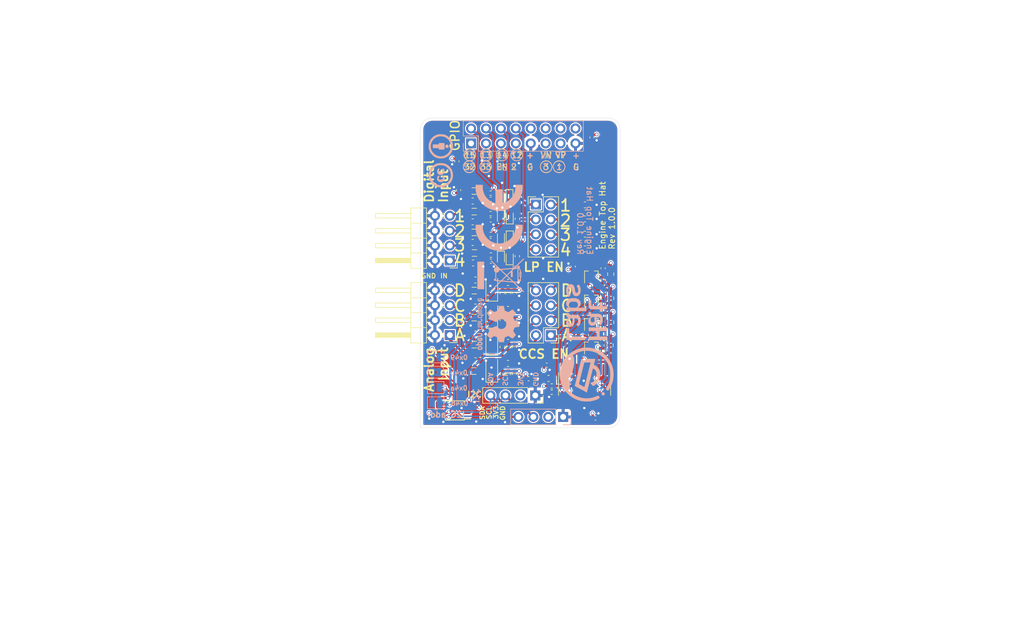
<source format=kicad_pcb>
(kicad_pcb (version 20211014) (generator pcbnew)
  (title_block (title "Engine Top Hat for SH-ESP32") (date "2022-02-03") (rev "1.0.0") (company "Hat Labs Ltd") (comment 1 "https://creativecommons.org/licenses/by-sa/4.0") (comment 2 "To view a copy of this license, visit ") (comment 3 "This design is licensed under CC BY-SA 4.0."))
  (layers (0 "F.Cu" signal) (1 "In1.Cu" power) (2 "In2.Cu" power) (31 "B.Cu" signal) (34 "B.Paste" user) (35 "F.Paste" user) (36 "B.SilkS" user "B.Silkscreen") (37 "F.SilkS" user "F.Silkscreen") (38 "B.Mask" user) (39 "F.Mask" user) (44 "Edge.Cuts" user))
  (net 0 "")
  (net 1 "GND")
  (net 2 "+3V3")
  (net 3 "Net-(C201-Pad1)")
  (net 4 "Net-(C202-Pad1)")
  (net 5 "/Digital input/In1")
  (net 6 "/Digital input/In2")
  (net 7 "/Digital input/In3")
  (net 8 "/Digital input/In4")
  (net 9 "/Digital input/InF1")
  (net 10 "/Digital input/InF2")
  (net 11 "/Digital input/InF3")
  (net 12 "/Digital input/InF4")
  (net 13 "Net-(C309-Pad1)")
  (net 14 "Net-(C310-Pad1)")
  (net 15 "Net-(C311-Pad1)")
  (net 16 "Net-(C312-Pad1)")
  (net 17 "Net-(C203-Pad1)")
  (net 18 "Net-(C204-Pad1)")
  (net 19 "/Analog input/Vin")
  (net 20 "/Analog input/InA")
  (net 21 "/Analog input/InB")
  (net 22 "/Analog input/InC")
  (net 23 "/Analog input/InD")
  (net 24 "/Analog input/InFA")
  (net 25 "/Analog input/InFB")
  (net 26 "/Analog input/InFC")
  (net 27 "/Analog input/InFD")
  (net 28 "/Analog input/ADC_A")
  (net 29 "/Analog input/ADC_B")
  (net 30 "/Analog input/ADC_C")
  (net 31 "/Analog input/ADC_D")
  (net 32 "/DI1")
  (net 33 "/DI2")
  (net 34 "/DI3")
  (net 35 "/DI4")
  (net 36 "/Analog input/SDA")
  (net 37 "/Analog input/IoutA")
  (net 38 "Net-(Q201-Pad1)")
  (net 39 "Net-(Q201-Pad2)")
  (net 40 "/Analog input/IoutB")
  (net 41 "Net-(Q202-Pad1)")
  (net 42 "Net-(Q202-Pad2)")
  (net 43 "/Analog input/IoutC")
  (net 44 "Net-(Q203-Pad1)")
  (net 45 "Net-(Q203-Pad2)")
  (net 46 "/Analog input/IoutD")
  (net 47 "Net-(Q204-Pad1)")
  (net 48 "Net-(Q204-Pad2)")
  (net 49 "/Analog input/ADDR")
  (net 59 "/Analog input/SCL")
  (footprint "Capacitor_SMD:C_0402_1005Metric" (layer "F.Cu") (at 132.2 64.4 90)
    (fp_text reference "C503" hide)
    (fp_text value "100nF" hide)
  )
  (footprint "Package_SO:SOIC-14_3.9x8.7mm_P1.27mm" (layer "F.Cu") (at 153.95 102.3 -90)
    (fp_text reference "U201" hide)
    (fp_text value "LMV324" hide)
  )
  (footprint "Connector_PinHeader_2.54mm:PinHeader_2x04_P2.54mm_Horizontal" (layer "F.Cu") (at 131 93.98 180)
    (fp_text reference "J202" hide)
    (fp_text value "Conn_02x04" hide)
  )
  (footprint "Capacitor_SMD:C_0402_1005Metric" (layer "F.Cu") (at 144.4 101.4 180)
    (fp_text reference "C502" hide)
    (fp_text value "100nF" hide)
  )
  (footprint "Capacitor_SMD:C_0402_1005Metric" (layer "F.Cu") (at 152 82.3 -90)
    (fp_text reference "C504" hide)
    (fp_text value "100nF" hide)
  )
  (footprint "Capacitor_SMD:C_0402_1005Metric" (layer "F.Cu") (at 132.5 69.3 -90)
    (fp_text reference "C507" hide)
    (fp_text value "100nF" hide)
  )
  (footprint "Capacitor_SMD:C_0402_1005Metric" (layer "F.Cu") (at 157.1 90.7 90)
    (fp_text reference "C202" hide)
    (fp_text value "100nF" hide)
  )
  (footprint "Capacitor_SMD:C_0402_1005Metric" (layer "F.Cu") (at 152.6 98 180)
    (fp_text reference "C205" hide)
    (fp_text value "100nF" hide)
  )
  (footprint "Capacitor_SMD:C_0603_1608Metric" (layer "F.Cu") (at 147.8 101.35 180)
    (fp_text reference "C206" hide)
    (fp_text value "68nF" hide)
  )
  (footprint "Package_TO_SOT_SMD:SOT-323_SC-70" (layer "F.Cu") (at 155.1 91.9 90)
    (fp_text reference "Q202" hide)
    (fp_text value "S9015" hide)
  )
  (footprint "Resistor_SMD:R_0402_1005Metric" (layer "F.Cu") (at 157.1 92.7 90)
    (fp_text reference "R202" hide)
    (fp_text value "1k" hide)
  )
  (footprint "Resistor_SMD:R_0603_1608Metric" (layer "F.Cu") (at 158.4 91.8 -90)
    (fp_text reference "R206" hide)
    (fp_text value "30" hide)
  )
  (footprint "Resistor_SMD:R_0402_1005Metric" (layer "F.Cu") (at 148.35 102.65)
    (fp_text reference "R209" hide)
    (fp_text value "1k" hide)
  )
  (footprint "Resistor_SMD:R_0402_1005Metric" (layer "F.Cu") (at 148.35 103.7 180)
    (fp_text reference "R210" hide)
    (fp_text value "10k" hide)
  )
  (footprint "Connector_PinSocket_2.54mm:PinSocket_1x04_P2.54mm_Vertical" (layer "F.Cu") (at 145.55 104.25 -90)
    (fp_text reference "J401" hide)
    (fp_text value "I2C_top" hide)
  )
  (footprint "Capacitor_SMD:C_0402_1005Metric" (layer "F.Cu") (at 155.2 60.32 90)
    (fp_text reference "C506" hide)
    (fp_text value "100nF" hide)
  )
  (footprint "Capacitor_SMD:C_0402_1005Metric" (layer "F.Cu") (at 155.8 108.1 180)
    (fp_text reference "C501" hide)
    (fp_text value "100nF" hide)
  )
  (footprint "Package_TO_SOT_SMD:SOT-323_SC-70" (layer "F.Cu") (at 155.1 95.9 90)
    (fp_text reference "Q201" hide)
    (fp_text value "S9015" hide)
  )
  (footprint "Resistor_SMD:R_0402_1005Metric" (layer "F.Cu") (at 139.95 100.6 -90)
    (fp_text reference "R211" hide)
    (fp_text value "51k" hide)
  )
  (footprint "Capacitor_SMD:C_0402_1005Metric" (layer "F.Cu") (at 157 94.8 90)
    (fp_text reference "C201" hide)
    (fp_text value "100nF" hide)
  )
  (footprint "Capacitor_SMD:C_0402_1005Metric" (layer "F.Cu") (at 142 100.6 -90)
    (fp_text reference "C215" hide)
    (fp_text value "470nF" hide)
  )
  (footprint "Resistor_SMD:R_0402_1005Metric" (layer "F.Cu") (at 157 96.7 90)
    (fp_text reference "R201" hide)
    (fp_text value "1k" hide)
  )
  (footprint "Resistor_SMD:R_0603_1608Metric" (layer "F.Cu") (at 158.3 95.7 -90)
    (fp_text reference "R205" hide)
    (fp_text value "30" hide)
  )
  (footprint "Capacitor_SMD:C_0603_1608Metric" (layer "F.Cu") (at 134.9 71.15)
    (fp_text reference "C301" hide)
    (fp_text value "33pF/50V" hide)
  )
  (footprint "Capacitor_SMD:C_0603_1608Metric" (layer "F.Cu") (at 134.9 74.7)
    (fp_text reference "C302" hide)
    (fp_text value "33pF/50V" hide)
  )
  (footprint "Capacitor_SMD:C_0603_1608Metric" (layer "F.Cu") (at 134.9 78.2)
    (fp_text reference "C303" hide)
    (fp_text value "33pF/50V" hide)
  )
  (footprint "Capacitor_SMD:C_0603_1608Metric" (layer "F.Cu") (at 134.95 81.7)
    (fp_text reference "C304" hide)
    (fp_text value "33pF/50V" hide)
  )
  (footprint "Capacitor_SMD:C_0402_1005Metric" (layer "F.Cu") (at 137.95 70.85)
    (fp_text reference "C305" hide)
    (fp_text value "33pF" hide)
  )
  (footprint "Capacitor_SMD:C_0402_1005Metric" (layer "F.Cu") (at 137.95 74.35)
    (fp_text reference "C306" hide)
    (fp_text value "33pF" hide)
  )
  (footprint "Capacitor_SMD:C_0402_1005Metric" (layer "F.Cu") (at 137.95 77.9)
    (fp_text reference "C307" hide)
    (fp_text value "33pF" hide)
  )
  (footprint "Capacitor_SMD:C_0402_1005Metric" (layer "F.Cu") (at 137.98 81.4)
    (fp_text reference "C308" hide)
    (fp_text value "33pF" hide)
  )
  (footprint "Capacitor_SMD:C_0603_1608Metric" (layer "F.Cu") (at 154 79.3)
    (fp_text reference "C309" hide)
    (fp_text value "680pF" hide)
  )
  (footprint "Capacitor_SMD:C_0603_1608Metric" (layer "F.Cu") (at 154 76.8)
    (fp_text reference "C310" hide)
    (fp_text value "680pF" hide)
  )
  (footprint "Capacitor_SMD:C_0603_1608Metric" (layer "F.Cu") (at 154 74.2)
    (fp_text reference "C311" hide)
    (fp_text value "680pF" hide)
  )
  (footprint "Capacitor_SMD:C_0603_1608Metric" (layer "F.Cu") (at 154 71.8)
    (fp_text reference "C312" hide)
    (fp_text value "680pF" hide)
  )
  (footprint "Capacitor_SMD:C_0402_1005Metric" (layer "F.Cu") (at 157.1 86.7 90)
    (fp_text reference "C203" hide)
    (fp_text value "100nF" hide)
  )
  (footprint "Capacitor_SMD:C_0402_1005Metric" (layer "F.Cu") (at 157.1 82.6 90)
    (fp_text reference "C204" hide)
    (fp_text value "100nF" hide)
  )
  (footprint "Capacitor_SMD:C_0603_1608Metric" (layer "F.Cu") (at 135.375 98.35)
    (fp_text reference "C207" hide)
    (fp_text value "1uF/50V" hide)
  )
  (footprint "Capacitor_SMD:C_0603_1608Metric" (layer "F.Cu") (at 135.35 93.8)
    (fp_text reference "C208" hide)
    (fp_text value "1uF/50V" hide)
  )
  (footprint "Capacitor_SMD:C_0603_1608Metric" (layer "F.Cu") (at 135.35 89.2)
    (fp_text reference "C209" hide)
    (fp_text value "1uF/50V" hide)
  )
  (footprint "Capacitor_SMD:C_0603_1608Metric" (layer "F.Cu") (at 135.35 84.6)
    (fp_text reference "C210" hide)
    (fp_text value "1uF/50V" hide)
  )
  (footprint "Capacitor_SMD:C_0603_1608Metric" (layer "F.Cu") (at 140.9 98.8)
    (fp_text reference "C211" hide)
    (fp_text value "1uF/50V" hide)
  )
  (footprint "Capacitor_SMD:C_0603_1608Metric" (layer "F.Cu") (at 140.9 94.2)
    (fp_text reference "C212" hide)
    (fp_text value "1uF/50V" hide)
  )
  (footprint "Capacitor_SMD:C_0603_1608Metric" (layer "F.Cu") (at 140.9 89.6)
    (fp_text reference "C213" hide)
    (fp_text value "1uF/50V" hide)
  )
  (footprint "Capacitor_SMD:C_0603_1608Metric" (layer "F.Cu") (at 140.9 85)
    (fp_text reference "C214" hide)
    (fp_text value "1uF/50V" hide)
  )
  (footprint "Capacitor_SMD:C_0402_1005Metric" (layer "F.Cu") (at 142 96 -90)
    (fp_text reference "C216" hide)
    (fp_text value "470nF" hide)
  )
  (footprint "Capacitor_SMD:C_0402_1005Metric" (layer "F.Cu") (at 142 91.4 -90)
    (fp_text reference "C217" hide)
    (fp_text value "470nF" hide)
  )
  (footprint "Capacitor_SMD:C_0402_1005Metric" (layer "F.Cu") (at 142 86.8 -90)
    (fp_text reference "C218" hide)
    (fp_text value "470nF" hide)
  )
  (footprint "Capacitor_SMD:C_0402_1005Metric" (layer "F.Cu") (at 128.3 107.7 -90)
    (fp_text reference "C219" hide)
    (fp_text value "100nF" hide)
  )
  (footprint "Diode_SMD:D_SOD-123F" (layer "F.Cu") (at 138.15 99.8 90)
    (fp_text reference "D201" hide)
    (fp_text value "SMF33A" hide)
  )
  (footprint "Diode_SMD:D_SOD-123F" (layer "F.Cu") (at 138.15 95.2 90)
    (fp_text reference "D202" hide)
    (fp_text value "SMF33A" hide)
  )
  (footprint "Diode_SMD:D_SOD-123F" (layer "F.Cu") (at 138.15 90.6 90)
    (fp_text reference "D203" hide)
    (fp_text value "SMF33A" hide)
  )
  (footprint "Diode_SMD:D_SOD-123F" (layer "F.Cu") (at 138.15 86 90)
    (fp_text reference "D204" hide)
    (fp_text value "SMF33A" hide)
  )
  (footprint "Inductor_SMD:L_0805_2012Metric" (layer "F.Cu") (at 135.15 69.45 180)
    (fp_text reference "FB301" hide)
    (fp_text value "GZ2012D101TF" hide)
  )
  (footprint "Inductor_SMD:L_0805_2012Metric" (layer "F.Cu") (at 135.15 72.95 180)
    (fp_text reference "FB302" hide)
    (fp_text value "GZ2012D101TF" hide)
  )
  (footprint "Inductor_SMD:L_0805_2012Metric" (layer "F.Cu") (at 135.15 76.5 180)
    (fp_text reference "FB303" hide)
    (fp_text value "GZ2012D101TF" hide)
  )
  (footprint "Inductor_SMD:L_0805_2012Metric" (layer "F.Cu") (at 135.2 80 180)
    (fp_text reference "FB304" hide)
    (fp_text value "GZ2012D101TF" hide)
  )
  (footprint "Inductor_SMD:L_0805_2012Metric" (layer "F.Cu") (at 135.0875 100.1 180)
    (fp_text reference "FB201" hide)
    (fp_text value "GZ2012D601TF" hide)
  )
  (footprint "Inductor_SMD:L_0805_2012Metric" (layer "F.Cu") (at 135.15 95.6 180)
    (fp_text reference "FB202" hide)
    (fp_text value "GZ2012D601TF" hide)
  )
  (footprint "Inductor_SMD:L_0805_2012Metric" (layer "F.Cu") (at 135.15 91 180)
    (fp_text reference "FB203" hide)
    (fp_text value "GZ2012D601TF" hide)
  )
  (footprint "Inductor_SMD:L_0805_2012Metric" (layer "F.Cu") (at 135.15 86.4 180)
    (fp_text reference "FB204" hide)
    (fp_text value "GZ2012D601TF" hide)
  )
  (footprint "Connector_PinHeader_2.54mm:PinHeader_2x04_P2.54mm_Horizontal" (layer "F.Cu") (at 131 81.28 180)
    (fp_text reference "J301" hide)
    (fp_text value "Conn_02x04_Odd_Even" hide)
  )
  (footprint "Package_TO_SOT_SMD:SOT-323_SC-70" (layer "F.Cu") (at 155.1 87.9 90)
    (fp_text reference "Q203" hide)
    (fp_text value "S9015" hide)
  )
  (footprint "Package_TO_SOT_SMD:SOT-323_SC-70" (layer "F.Cu") (at 155.1 83.8 90)
    (fp_text reference "Q204" hide)
    (fp_text value "S9015" hide)
  )
  (footprint "Resistor_SMD:R_0402_1005Metric" (layer "F.Cu") (at 137.95 69.8 180)
    (fp_text reference "R301" hide)
    (fp_text value "100k" hide)
  )
  (footprint "Resistor_SMD:R_0402_1005Metric" (layer "F.Cu") (at 137.95 73.3 180)
    (fp_text reference "R302" hide)
    (fp_text value "100k" hide)
  )
  (footprint "Resistor_SMD:R_0402_1005Metric" (layer "F.Cu") (at 137.95 76.85 180)
    (fp_text reference "R303" hide)
    (fp_text value "100k" hide)
  )
  (footprint "Resistor_SMD:R_0402_1005Metric" (layer "F.Cu") (at 138 80.35 180)
    (fp_text reference "R304" hide)
    (fp_text value "100k" hide)
  )
  (footprint "Resistor_SMD:R_0402_1005Metric" (layer "F.Cu") (at 157.1 88.7 90)
    (fp_text reference "R203" hide)
    (fp_text value "1k" hide)
  )
  (footprint "Resistor_SMD:R_0402_1005Metric" (layer "F.Cu") (at 157.1 84.6 90)
    (fp_text reference "R204" hide)
    (fp_text value "1k" hide)
  )
  (footprint "Resistor_SMD:R_0603_1608Metric" (layer "F.Cu") (at 158.4 87.7 -90)
    (fp_text reference "R207" hide)
    (fp_text value "30" hide)
  )
  (footprint "Resistor_SMD:R_0603_1608Metric" (layer "F.Cu") (at 158.4 83.6 -90)
    (fp_text reference "R208" hide)
    (fp_text value "30" hide)
  )
  (footprint "Resistor_SMD:R_0402_1005Metric" (layer "F.Cu") (at 140.95 100.6 90)
    (fp_text reference "R212" hide)
    (fp_text value "3.9k" hide)
  )
  (footprint "Resistor_SMD:R_0402_1005Metric" (layer "F.Cu") (at 139.95 96 -90)
    (fp_text reference "R213" hide)
    (fp_text value "51k" hide)
  )
  (footprint "Resistor_SMD:R_0402_1005Metric" (layer "F.Cu") (at 140.95 96 90)
    (fp_text reference "R214" hide)
    (fp_text value "3.9k" hide)
  )
  (footprint "Resistor_SMD:R_0402_1005Metric" (layer "F.Cu") (at 139.95 91.4 -90)
    (fp_text reference "R215" hide)
    (fp_text value "51k" hide)
  )
  (footprint "Resistor_SMD:R_0402_1005Metric" (layer "F.Cu") (at 140.95 91.4 90)
    (fp_text reference "R216" hide)
    (fp_text value "3.9k" hide)
  )
  (footprint "Resistor_SMD:R_0402_1005Metric" (layer "F.Cu") (at 139.95 86.8 -90)
    (fp_text reference "R217" hide)
    (fp_text value "51k" hide)
  )
  (footprint "Resistor_SMD:R_0402_1005Metric" (layer "F.Cu") (at 140.95 86.8 90)
    (fp_text reference "R218" hide)
    (fp_text value "3.9k" hide)
  )
  (footprint "Package_SO:TSSOP-10_3x3mm_P0.5mm" (layer "F.Cu") (at 131.85 106.8 180)
    (fp_text reference "U202" hide)
    (fp_text value "ADS1115IDGS" hide)
  )
  (footprint "Diode_SMD:D_SOD-523" (layer "F.Cu") (at 139.65 70.35 90)
    (fp_text reference "D301" hide)
    (fp_text value "MSK4005" hide)
  )
  (footprint "Diode_SMD:D_SOD-523" (layer "F.Cu") (at 141.15 70.35 -90)
    (fp_text reference "D302" hide)
    (fp_text value "MSK4005" hide)
  )
  (footprint "Diode_SMD:D_SOD-523" (layer "F.Cu") (at 139.7 73.9 -90)
    (fp_text reference "D303" hide)
    (fp_text value "MSK4005" hide)
  )
  (footprint "Diode_SMD:D_SOD-523" (layer "F.Cu") (at 141.2 73.9 90)
    (fp_text reference "D304" hide)
    (fp_text value "MSK4005" hide)
  )
  (footprint "Diode_SMD:D_SOD-523" (layer "F.Cu") (at 139.7 77.4 90)
    (fp_text reference "D305" hide)
    (fp_text value "MSK4005" hide)
  )
  (footprint "Diode_SMD:D_SOD-523" (layer "F.Cu") (at 141.2 77.4 -90)
    (fp_text reference "D306" hide)
    (fp_text value "MSK4005" hide)
  )
  (footprint "Diode_SMD:D_SOD-523" (layer "F.Cu") (at 139.7 80.85 -90)
    (fp_text reference "D307" hide)
    (fp_text value "MSK4005" hide)
  )
  (footprint "Diode_SMD:D_SOD-523" (layer "F.Cu") (at 141.2 80.85 90)
    (fp_text reference "D308" hide)
    (fp_text value "MSK4005" hide)
  )
  (footprint "Connector_PinHeader_2.54mm:PinHeader_2x04_P2.54mm_Vertical" (layer "F.Cu") (at 145.65 71.75)
    (fp_text reference "J302" hide)
    (fp_text value "Conn_02x04_Odd_Even" hide)
  )
  (footprint "Connector_PinHeader_2.54mm:PinHeader_2x04_P2.54mm_Vertical" (layer "F.Cu") (at 148.2 94 180)
    (fp_text reference "J201" hide)
    (fp_text value "Conn_02x04_Odd_Even" hide)
  )
  (footprint "Resistor_SMD:R_0402_1005Metric" (layer "F.Cu") (at 142.45 70.65 -90)
    (fp_text reference "R305" hide)
    (fp_text value "1M" hide)
  )
  (footprint "Resistor_SMD:R_0402_1005Metric" (layer "F.Cu") (at 142.5 74.2 90)
    (fp_text reference "R306" hide)
    (fp_text value "1M" hide)
  )
  (footprint "Resistor_SMD:R_0402_1005Metric" (layer "F.Cu") (at 142.5 77.1 -90)
    (fp_text reference "R307" hide)
    (fp_text value "1M" hide)
  )
  (footprint "Resistor_SMD:R_0402_1005Metric" (layer "F.Cu") (at 142.5 80.55 90)
    (fp_text reference "R308" hide)
    (fp_text value "1M" hide)
  )
  (footprint "Capacitor_SMD:C_0402_1005Metric" (layer "F.Cu") (at 147.5 99.1 180)
    (fp_text reference "C505" hide)
    (fp_text value "100nF" hide)
  )
  (footprint "kikit:Tab" (layer "F.Cu") (at 125.75 102.2)
    (fp_text reference "REF**" hide)
    (fp_text value "Tab" hide)
  )
  (footprint "kikit:Tab" (layer "F.Cu") (at 143.4 56.75 -90)
    (fp_text reference "REF**" hide)
    (fp_text value "Tab" hide)
  )
  (footprint "kikit:Tab" (layer "F.Cu") (at 160.25 67.7 180)
    (fp_text reference "REF**" hide)
    (fp_text value "Tab" hide)
  )
  (footprint "kikit:Tab" (layer "F.Cu") (at 143.4 109.95 90)
    (fp_text reference "REF**" hide)
    (fp_text value "Tab" hide)
  )
  (footprint "Connector_PinHeader_2.54mm:PinHeader_1x04_P2.54mm_Vertical" (layer "B.Cu") (at 150.3 107.91 90)
    (fp_text reference "J402" hide)
    (fp_text value "I2C_bottom" hide)
  )
  (footprint "Connector_PinSocket_2.54mm:PinSocket_2x08_P2.54mm_Vertical" (layer "B.Cu") (at 134.62 61.34 -90)
    (fp_text reference "J403" hide)
    (fp_text value "GPIO subset" hide)
  )
  (footprint "Jumper:SolderJumper-2_P1.3mm_Open_Pad1.0x1.5mm" (layer "B.Cu") (at 128.6 102.9)
    (fp_text reference "JP203" hide)
    (fp_text value "Open" hide)
  )
  (footprint "Jumper:SolderJumper-2_P1.3mm_Open_Pad1.0x1.5mm" (layer "B.Cu") (at 128.6 97.7)
    (fp_text reference "JP201" hide)
    (fp_text value "Open" hide)
  )
  (footprint "Jumper:SolderJumper-2_P1.3mm_Bridged2Bar_RoundedPad1.0x1.5mm" (layer "B.Cu") (at 128.6 100.3)
    (fp_text reference "JP202" hide)
    (fp_text value "Bridged" hide)
  )
  (footprint "Jumper:SolderJumper-2_P1.3mm_Open_Pad1.0x1.5mm" (layer "B.Cu") (at 128.6 105.5)
    (fp_text reference "JP204" hide)
    (fp_text value "Open" hide)
  )
  (footprint "Symbol:WEEE-Logo_5.6x8mm_SilkScreen" (layer "B.Cu") (at 139.7 83.8 90)
    (fp_text reference "G503" hide)
    (fp_text value "WEEE-logo" hide)
  )
  (footprint "Symbol:OSHW-Logo2_9.8x8mm_SilkScreen" (layer "B.Cu") (at 139.15 92.1 90)
    (fp_text reference "G504" hide)
    (fp_text value "OSHW-logo" hide)
  )
  (footprint "Symbol:CE-Logo_11.2x8mm_SilkScreen" (layer "B.Cu") (at 139.4 74 90)
    (fp_text reference "G502" hide)
    (fp_text value "CE-logo" hide)
  )
  (footprint "SH-ESP32-tank-hat:cc-by_5mm" (layer "B.Cu") (at 129.4 64.3 90)
    (fp_text reference "G501" hide)
    (fp_text value "CC-BY" hide)
  )
  (footprint "SH-ESP32-tank-hat:Hat_Labs_20mm" (layer "B.Cu") (at 154.3 95.3 90)
    (fp_text reference "G505" hide)
    (fp_text value "HL-Logo" hide)
  )
  (gr_circle (center 147.4 65.35) (end 148.4 65.35) (layer "B.SilkS") (width 0.12) (fill none))
  (gr_circle (center 149.6 65.35) (end 150.6 65.35) (layer "B.SilkS") (width 0.12) (fill none))
  (gr_circle (center 137.1 65.35) (end 138.1 65.35) (layer "B.SilkS") (width 0.12) (fill none))
  (gr_circle (center 134.3 65.35) (end 135.3 65.35) (layer "B.SilkS") (width 0.12) (fill none))
  (gr_circle (center 134.4 63.3) (end 135.4 63.3) (layer "B.SilkS") (width 0.12) (fill none))
  (gr_circle (center 137.2 63.3) (end 138.2 63.3) (layer "B.SilkS") (width 0.12) (fill none))
  (gr_circle (center 139.9 63.3) (end 140.9 63.3) (layer "B.SilkS") (width 0.12) (fill none))
  (gr_circle (center 142.4 63.3) (end 143.4 63.3) (layer "B.SilkS") (width 0.12) (fill none))
  (gr_circle (center 149.6 65.3) (end 150.6 65.3) (layer "F.SilkS") (width 0.12) (fill none))
  (gr_circle (center 147.4 65.3) (end 148.4 65.3) (layer "F.SilkS") (width 0.12) (fill none))
  (gr_circle (center 137.1 65.3) (end 138.1 65.3) (layer "F.SilkS") (width 0.12) (fill none))
  (gr_circle (center 134.3 65.3) (end 135.3 65.3) (layer "F.SilkS") (width 0.12) (fill none))
  (gr_circle (center 134.4 63.3) (end 135.4 63.3) (layer "F.SilkS") (width 0.12) (fill none))
  (gr_circle (center 142.4 63.3) (end 143.4 63.3) (layer "F.SilkS") (width 0.12) (fill none))
  (gr_circle (center 139.9 63.3) (end 140.9 63.3) (layer "F.SilkS") (width 0.12) (fill none))
  (gr_circle (center 137.2 63.3) (end 138.2 63.3) (layer "F.SilkS") (width 0.12) (fill none))
  (gr_line (start 158 57) (end 143 57) (layer "Edge.Cuts") (width 0.05))
  (gr_line (start 126 109.75) (end 158 109.75) (layer "Edge.Cuts") (width 0.05))
  (gr_arc (start 160 107.75) (mid 159.414214 109.164214) (end 158 109.75) (layer "Edge.Cuts") (width 0.05))
  (gr_line (start 126 109.75) (end 126 59) (layer "Edge.Cuts") (width 0.05))
  (gr_line (start 160 107.75) (end 160 74) (layer "Edge.Cuts") (width 0.05))
  (gr_arc (start 158 57) (mid 159.414214 57.585786) (end 160 59) (layer "Edge.Cuts") (width 0.05))
  (gr_line (start 128 57) (end 143 57) (layer "Edge.Cuts") (width 0.05))
  (gr_line (start 160 74) (end 160 59) (layer "Edge.Cuts") (width 0.05))
  (gr_arc (start 126 59) (mid 126.585786 57.585786) (end 128 57) (layer "Edge.Cuts") (width 0.05))
  (gr_text "+" (at 152.5 63.4) (layer "B.SilkS") (effects (font (size 1 1) (thickness 0.16)) (justify mirror)))
  (gr_text "G" (at 152.5 65.35) (layer "B.SilkS") (effects (font (size 1 1) (thickness 0.16)) (justify mirror)))
  (gr_text "G" (at 144.7 65.45) (layer "B.SilkS") (effects (font (size 1 1) (thickness 0.16)) (justify mirror)))
  (gr_text "+" (at 144.7 63.4) (layer "B.SilkS") (effects (font (size 1 1) (thickness 0.16)) (justify mirror)))
  (gr_text "13" (at 137.2 63.35) (layer "B.SilkS") (effects (font (size 1 1) (thickness 0.16)) (justify mirror)))
  (gr_text "12" (at 142.4 63.35) (layer "B.SilkS") (effects (font (size 1 1) (thickness 0.16)) (justify mirror)))
  (gr_text "14" (at 139.9 63.35) (layer "B.SilkS") (effects (font (size 1 1) (thickness 0.16)) (justify mirror)))
  (gr_text "33" (at 137.1 65.35) (layer "B.SilkS") (effects (font (size 1 1) (thickness 0.16)) (justify mirror)))
  (gr_text "32" (at 134.3 65.35) (layer "B.SilkS") (effects (font (size 1 1) (thickness 0.16)) (justify mirror)))
  (gr_text "VN" (at 147.4 63.45) (layer "B.SilkS") (effects (font (size 1 1) (thickness 0.16)) (justify mirror)))
  (gr_text "VP" (at 149.8 63.35) (layer "B.SilkS") (effects (font (size 1 1) (thickness 0.16)) (justify mirror)))
  (gr_text "EN" (at 139.9 65.45) (layer "B.SilkS") (effects (font (size 1 1) (thickness 0.16)) (justify mirror)))
  (gr_text "15" (at 134.3 63.35) (layer "B.SilkS") (effects (font (size 1 1) (thickness 0.16)) (justify mirror)))
  (gr_text "2" (at 141.9 65.35) (layer "B.SilkS") (effects (font (size 1 1) (thickness 0.16)) (justify mirror)))
  (gr_text "3" (at 147.3 65.35) (layer "B.SilkS") (effects (font (size 1 1) (thickness 0.16)) (justify mirror)))
  (gr_text "1" (at 149.6 65.35) (layer "B.SilkS") (effects (font (size 1 1) (thickness 0.16)) (justify mirror)))
  (gr_text "I2C" (at 135.4 104.3 270) (layer "B.SilkS") (effects (font (size 1 1) (thickness 0.2)) (justify mirror)))
  (gr_text "GND" (at 145.6 101.5 270) (layer "B.SilkS") (effects (font (size 0.8 0.8) (thickness 0.16)) (justify mirror)))
  (gr_text "3V3" (at 143 101.5 270) (layer "B.SilkS") (effects (font (size 0.8 0.8) (thickness 0.16)) (justify mirror)))
  (gr_text "SDA" (at 137.9 101.5 270) (layer "B.SilkS") (effects (font (size 0.8 0.8) (thickness 0.16)) (justify mirror)))
  (gr_text "SCL" (at 140.4 101.5 270) (layer "B.SilkS") (effects (font (size 0.8 0.8) (thickness 0.16)) (justify mirror)))
  (gr_text "0x49" (at 131 97.8) (layer "B.SilkS") (effects (font (size 0.8 0.8) (thickness 0.16)) (justify right mirror)))
  (gr_text "0x4b" (at 131 100.4) (layer "B.SilkS") (effects (font (size 0.8 0.8) (thickness 0.16)) (justify right mirror)))
  (gr_text "0x48" (at 131.1 105.6) (layer "B.SilkS") (effects (font (size 0.8 0.8) (thickness 0.16)) (justify right mirror)))
  (gr_text "I2C addr" (at 130.3 107.5) (layer "B.SilkS") (effects (font (size 1 1) (thickness 0.2)) (justify mirror)))
  (gr_text "0x4a" (at 131 103) (layer "B.SilkS") (effects (font (size 0.8 0.8) (thickness 0.16)) (justify right mirror)))
  (gr_text "Engine Top Hat\nRev 1.0.0" (at 154 80.4 -90) (layer "B.SilkS") (effects (font (size 1 1) (thickness 0.16)) (justify left mirror)))
  (gr_text "SCL" (at 137.7 107.2 90) (layer "F.SilkS") (effects (font (size 0.8 0.8) (thickness 0.16))))
  (gr_text "SDA" (at 136.55 107.25 90) (layer "F.SilkS") (effects (font (size 0.8 0.8) (thickness 0.16))))
  (gr_text "3V3" (at 138.85 107.15 90) (layer "F.SilkS") (effects (font (size 0.8 0.8) (thickness 0.16))))
  (gr_text "GND" (at 140 107.25 90) (layer "F.SilkS") (effects (font (size 0.8 0.8) (thickness 0.16))))
  (gr_text "B" (at 132.7 91.5) (layer "F.SilkS") (effects (font (size 2 2) (thickness 0.3))))
  (gr_text "GPIO" (at 131.9 60 90) (layer "F.SilkS") (effects (font (size 1.5 1.5) (thickness 0.24))))
  (gr_text "+" (at 152.5 63.4) (layer "F.SilkS") (effects (font (size 1 1) (thickness 0.16))))
  (gr_text "+" (at 144.65 63.35) (layer "F.SilkS") (effects (font (size 1 1) (thickness 0.16))))
  (gr_text "G" (at 152.5 65.4) (layer "F.SilkS") (effects (font (size 1 1) (thickness 0.16))))
  (gr_text "G" (at 144.65 65.35) (layer "F.SilkS") (effects (font (size 1 1) (thickness 0.16))))
  (gr_text "3" (at 147.4 65.35) (layer "F.SilkS") (effects (font (size 1 1) (thickness 0.16))))
  (gr_text "1" (at 149.65 65.35) (layer "F.SilkS") (effects (font (size 1 1) (thickness 0.16))))
  (gr_text "2" (at 141.9 65.35) (layer "F.SilkS") (effects (font (size 1 1) (thickness 0.16))))
  (gr_text "15" (at 134.4 63.35) (layer "F.SilkS") (effects (font (size 1 1) (thickness 0.16))))
  (gr_text "EN" (at 139.9 65.35) (layer "F.SilkS") (effects (font (size 1 1) (thickness 0.16))))
  (gr_text "VP" (at 149.9 63.35) (layer "F.SilkS") (effects (font (size 1 1) (thickness 0.16))))
  (gr_text "VN" (at 147.4 63.35) (layer "F.SilkS") (effects (font (size 1 1) (thickness 0.16))))
  (gr_text "32" (at 134.4 65.35) (layer "F.SilkS") (effects (font (size 1 1) (thickness 0.16))))
  (gr_text "33" (at 137.15 65.35) (layer "F.SilkS") (effects (font (size 1 1) (thickness 0.16))))
  (gr_text "14" (at 139.9 63.35) (layer "F.SilkS") (effects (font (size 1 1) (thickness 0.16))))
  (gr_text "12" (at 142.4 63.35) (layer "F.SilkS") (effects (font (size 1 1) (thickness 0.16))))
  (gr_text "13" (at 137.15 63.35) (layer "F.SilkS") (effects (font (size 1 1) (thickness 0.16))))
  (gr_text "GND" (at 127.4 83.9) (layer "F.SilkS") (effects (font (size 0.8 0.8) (thickness 0.16))))
  (gr_text "Engine Top Hat\nRev 1.0.0" (at 157.8 79.5 90) (layer "F.SilkS") (effects (font (size 1 1) (thickness 0.16)) (justify left)))
  (gr_text "C" (at 132.7 89) (layer "F.SilkS") (effects (font (size 2 2) (thickness 0.3))))
  (gr_text "D" (at 132.7 86.4) (layer "F.SilkS") (effects (font (size 2 2) (thickness 0.3))))
  (gr_text "IN" (at 130 83.9) (layer "F.SilkS") (effects (font (size 0.8 0.8) (thickness 0.16))))
  (gr_text "1" (at 132.7 73.7) (layer "F.SilkS") (effects (font (size 2 2) (thickness 0.3))))
  (gr_text "Analog\nInput" (at 128.7 95.9 90) (layer "F.SilkS") (effects (font (size 1.5 1.5) (thickness 0.3)) (justify right)))
  (gr_text "I2C" (at 135.2 104.1) (layer "F.SilkS") (effects (font (size 1 1) (thickness 0.2))))
  (gr_text "B" (at 150.9 91.5) (layer "F.SilkS") (effects (font (size 2 2) (thickness 0.3))))
  (gr_text "A" (at 150.9 94) (layer "F.SilkS") (effects (font (size 2 2) (thickness 0.3))))
  (gr_text "C" (at 150.9 89) (layer "F.SilkS") (effects (font (size 2 2) (thickness 0.3))))
  (gr_text "D" (at 150.9 86.4) (layer "F.SilkS") (effects (font (size 2 2) (thickness 0.3))))
  (gr_text "1" (at 150.7 71.9) (layer "F.SilkS") (effects (font (size 2 2) (thickness 0.3))))
  (gr_text "3" (at 150.7 76.9) (layer "F.SilkS") (effects (font (size 2 2) (thickness 0.3))))
  (gr_text "4" (at 150.7 79.5) (layer "F.SilkS") (effects (font (size 2 2) (thickness 0.3))))
  (gr_text "2" (at 150.7 74.5) (layer "F.SilkS") (effects (font (size 2 2) (thickness 0.3))))
  (gr_text "3" (at 132.7 78.7) (layer "F.SilkS") (effects (font (size 2 2) (thickness 0.3))))
  (gr_text "4" (at 132.7 81.3) (layer "F.SilkS") (effects (font (size 2 2) (thickness 0.3))))
  (gr_text "LP EN" (at 147 82.4) (layer "F.SilkS") (effects (font (size 1.5 1.5) (thickness 0.3))))
  (gr_text "A" (at 132.7 94) (layer "F.SilkS") (effects (font (size 2 2) (thickness 0.3))))
  (gr_text "CCS EN" (at 147 97.2) (layer "F.SilkS") (effects (font (size 1.5 1.5) (thickness 0.3))))
  (gr_text "Digital\nInput" (at 128.7 71.6 90) (layer "F.SilkS") (effects (font (size 1.5 1.5) (thickness 0.3)) (justify left)))
  (gr_text "2" (at 132.7 76.3) (layer "F.SilkS") (effects (font (size 2 2) (thickness 0.3))))
  (segment (start 147.98 99.1) (end 147.98 99.88) (width 0.4) (layer "F.Cu") (net 1))
  (segment (start 136.25 71.15) (end 136.6 71.5) (width 0.4) (layer "F.Cu") (net 1))
  (segment (start 137.2 84.6) (end 137.1 84.5) (width 0.4) (layer "F.Cu") (net 1))
  (segment (start 136.125 84.6) (end 137 84.6) (width 0.4) (layer "F.Cu") (net 1))
  (segment (start 136.125 89.2) (end 137.1 89.2) (width 0.4) (layer "F.Cu") (net 1))
  (segment (start 138.15 84.6) (end 137.2 84.6) (width 0.4) (layer "F.Cu") (net 1))
  (segment (start 142 96.48) (end 142.78 96.48) (width 0.4) (layer "F.Cu") (net 1))
  (segment (start 154.775 76.8) (end 156 76.8) (width 0.4) (layer "F.Cu") (net 1))
  (segment (start 141.2 78.1) (end 141.2 79.1) (width 0.4) (layer "F.Cu") (net 1))
  (segment (start 142.79 91.91) (end 142.8 91.9) (width 0.4) (layer "F.Cu") (net 1))
  (segment (start 138.43 71.662501) (end 138.378982 71.713519) (width 0.4) (layer "F.Cu") (net 1))
  (segment (start 144.88 101.4) (end 144.88 100.62) (width 0.4) (layer "F.Cu") (net 1))
  (segment (start 127.52 108.18) (end 127.5 108.2) (width 0.4) (layer "F.Cu") (net 1))
  (segment (start 136.1 81.7) (end 136.7 82.3) (width 0.4) (layer "F.Cu") (net 1))
  (segment (start 138.43 70.85) (end 138.43 71.662501) (width 0.4) (layer "F.Cu") (net 1))
  (segment (start 142.78 96.48) (end 142.8 96.5) (width 0.4) (layer "F.Cu") (net 1))
  (segment (start 138.15 89.2) (end 138.15 89.95) (width 0.4) (layer "F.Cu") (net 1))
  (segment (start 133.4 106.8) (end 133 106.4) (width 0.2) (layer "F.Cu") (net 1))
  (segment (start 141.2 72.22701) (end 141.32701 72.1) (width 0.4) (layer "F.Cu") (net 1))
  (segment (start 134 106.8) (end 133.4 106.8) (width 0.2) (layer "F.Cu") (net 1))
  (segment (start 138.15 93.8) (end 138.15 94.55) (width 0.4) (layer "F.Cu") (net 1))
  (segment (start 141.15 71.05) (end 141.15 71.92299) (width 0.4) (layer "F.Cu") (net 1))
  (segment (start 135.675 78.2) (end 136.2 78.2) (width 0.4) (layer "F.Cu") (net 1))
  (segment (start 144.88 100.62) (end 144.9 100.6) (width 0.4) (layer "F.Cu") (net 1))
  (segment (start 138.15 98.4) (end 138.15 99.45) (width 0.4) (layer "F.Cu") (net 1))
  (segment (start 155.9 79.3) (end 156 79.2) (width 0.4) (layer "F.Cu") (net 1))
  (segment (start 140.95 87.31) (end 142.79 87.31) (width 0.4) (layer "F.Cu") (net 1))
  (segment (start 141.2 73.2) (end 141.2 72.22701) (width 0.4) (layer "F.Cu") (net 1))
  (segment (start 137.15 98.35) (end 138.1 98.35) (width 0.4) (layer "F.Cu") (net 1))
  (segment (start 156.28 108.1) (end 156.28 107.32) (width 0.4) (layer "F.Cu") (net 1))
  (segment (start 137 84.6) (end 137.1 84.5) (width 0.4) (layer "F.Cu") (net 1))
  (segment (start 138.15 93.8) (end 137.1 93.8) (width 0.4) (layer "F.Cu") (net 1))
  (segment (start 135.675 74.7) (end 136.2 74.7) (width 0.4) (layer "F.Cu") (net 1))
  (segment (start 132.2 64.88) (end 131.42 64.88) (width 0.4) (layer "F.Cu") (net 1))
  (segment (start 141.675 94.2) (end 142.8 94.2) (width 0.4) (layer "F.Cu") (net 1))
  (segment (start 138.15 89.2) (end 137.1 89.2) (width 0.4) (layer "F.Cu") (net 1))
  (segment (start 147.84 104.44) (end 147.9 104.5) (width 0.4) (layer "F.Cu") (net 1))
  (segment (start 138.15 99.45) (end 138.1 99.5) (width 0.4) (layer "F.Cu") (net 1))
  (segment (start 141.675 85) (end 142.7 85) (width 0.4) (layer "F.Cu") (net 1))
  (segment (start 138.15 94.55) (end 137.9 94.8) (width 0.4) (layer "F.Cu") (net 1))
  (segment (start 138.15 85.35) (end 137.9 85.6) (width 0.4) (layer "F.Cu") (net 1))
  (segment (start 138.46 82.26) (end 138.5 82.3) (width 0.4) (layer "F.Cu") (net 1))
  (segment (start 155.98 60.8) (end 156 60.82) (width 0.4) (layer "F.Cu") (net 1))
  (segment (start 138.46 81.4) (end 138.46 82.26) (width 0.4) (layer "F.Cu") (net 1))
  (segment (start 153.95 104.775) (end 153.95 106.35) (width 0.4) (layer "F.Cu") (net 1))
  (segment (start 135.725 81.7) (end 136.1 81.7) (width 0.4) (layer "F.Cu") (net 1))
  (segment (start 135.675 71.15) (end 136.25 71.15) (width 0.4) (layer "F.Cu") (net 1))
  (segment (start 154.775 79.3) (end 155.9 79.3) (width 0.4) (layer "F.Cu") (net 1))
  (segment (start 140.95 91.91) (end 142.79 91.91) (width 0.4) (layer "F.Cu") (net 1))
  (segment (start 152.12 98) (end 151.4 98) (width 0.4) (layer "F.Cu") (net 1))
  (segment (start 154.775 74.2) (end 156 74.2) (width 0.4) (layer "F.Cu") (net 1))
  (segment (start 136.2 78.2) (end 136.6 78.6) (width 0.4) (layer "F.Cu") (net 1))
  (segment (start 141.675 98.8) (end 142.8 98.8) (width 0.4) (layer "F.Cu") (net 1))
  (segment (start 151.22 81.82) (end 151.2 81.8) (width 0.4) (layer "F.Cu") (net 1))
  (segment (start 131.72 68.82) (end 131.7 68.8) (width 0.4) (layer "F.Cu") (net 1))
  (segment (start 140.95 101.11) (end 142.79 101.11) (width 0.4) (layer "F.Cu") (net 1))
  (segment (start 147.84 103.7) (end 147.84 104.44) (width 0.4) (layer "F.Cu") (net 1))
  (segment (start 142.79 101.11) (end 142.8 101.1) (width 0.4) (layer "F.Cu") (net 1))
  (segment (start 136.2 74.7) (end 136.6 75.1) (width 0.4) (layer "F.Cu") (net 1))
  (segment (start 136.125 93.8) (end 137.1 93.8) (width 0.4) (layer "F.Cu") (net 1))
  (segment (start 147.98 99.88) (end 148 99.9) (width 0.4) (layer "F.Cu") (net 1))
  (segment (start 142.6 89.6) (end 142.7 89.7) (width 0.4) (layer "F.Cu") (net 1))
  (segment (start 155.2 60.8) (end 155.98 60.8) (width 0.4) (layer "F.Cu") (net 1))
  (segment (start 146.05 101.35) (end 146 101.4) (width 0.4) (layer "F.Cu") (net 1))
  (segment (start 142.79 87.31) (end 142.8 87.3) (width 0.4) (layer "F.Cu") (net 1))
  (segment (start 154.775 71.8) (end 156 71.8) (width 0.4) (layer "F.Cu") (net 1))
  (segment (start 132.5 68.82) (end 131.72 68.82) (width 0.4) (layer "F.Cu") (net 1))
  (segment (start 128.3 108.18) (end 127.52 108.18) (width 0.4) (layer "F.Cu") (net 1))
  (segment (start 138.43 77.9) (end 138.43 78.67) (width 0.4) (layer "F.Cu") (net 1))
  (segment (start 131.42 64.88) (end 131.4 64.9) (width 0.4) (layer "F.Cu") (net 1))
  (segment (start 153.95 106.35) (end 153.9 106.4) (width 0.4) (layer "F.Cu") (net 1))
  (segment (start 138.15 89.95) (end 137.9 90.2) (width 0.4) (layer "F.Cu") (net 1))
  (segment (start 138.43 74.35) (end 138.43 75.17) (width 0.4) (layer "F.Cu") (net 1))
  (segment (start 138.15 84.6) (end 138.15 85.35) (width 0.4) (layer "F.Cu") (net 1))
  (segment (start 141.675 89.6) (end 142.6 89.6) (width 0.4) (layer "F.Cu") (net 1))
  (segment (start 140.95 96.51) (end 141.97 96.51) (width 0.4) (layer "F.Cu") (net 1))
  (segment (start 152 81.82) (end 151.22 81.82) (width 0.4) (layer "F.Cu") (net 1))
  (segment (start 156.28 107.32) (end 156.3 107.3) (width 0.4) (layer "F.Cu") (net 1))
  (segment (start 141.2 80.15) (end 141.2 79.1) (width 0.4) (layer "F.Cu") (net 1))
  (segment (start 141.15 71.92299) (end 141.32701 72.1) (width 0.4) (layer "F.Cu") (net 1))
  (segment (start 147.025 101.35) (end 146.05 101.35) (width 0.4) (layer "F.Cu") (net 1))
  (segment (start 138.4 75.2) (end 138.43 75.17) (width 0.4) (layer "F.Cu") (net 1))
  (segment (start 138.43 78.67) (end 138.4 78.7) (width 0.4) (layer "F.Cu") (net 1))
  (segment (start 138.1 98.35) (end 138.15 98.4) (width 0.4) (layer "F.Cu") (net 1))
  (segment (start 136.15 98.35) (end 137.15 98.35) (width 0.4) (layer "F.Cu") (net 1))
  (segment (start 141.97 96.51) (end 142 96.48) (width 0.4) (layer "F.Cu") (net 1))
  (via (at 148 99.9) (size 0.6) (drill 0.4) (layers "F.Cu" "B.Cu") (net 1))
  (via (at 156 74.2) (size 0.8) (drill 0.4) (layers "F.Cu" "B.Cu") (net 1))
  (via (at 142.75 64.7) (size 0.6) (drill 0.4) (layers "F.Cu" "B.Cu") (net 1))
  (via (at 156.3 107.3) (size 0.6) (drill 0.4) (layers "F.Cu" "B.Cu") (net 1))
  (via (at 146.9 80.9) (size 0.6) (drill 0.4) (layers "F.Cu" "B.Cu") (net 1))
  (via (at 151.4 98) (size 0.6) (drill 0.4) (layers "F.Cu" "B.Cu") (net 1))
  (via (at 147.9 104.5) (size 0.6) (drill 0.4) (layers "F.Cu" "B.Cu") (net 1))
  (via (at 142.8 98.8) (size 0.6) (drill 0.4) (layers "F.Cu" "B.Cu") (net 1))
  (via (at 142.8 101.1) (size 0.6) (drill 0.4) (layers "F.Cu" "B.Cu") (net 1))
  (via (at 153.9 106.4) (size 0.6) (drill 0.4) (layers "F.Cu" "B.Cu") (net 1))
  (via (at 136.45 64.25) (size 0.6) (drill 0.4) (layers "F.Cu" "B.Cu") (net 1))
  (via (at 133.1 73.8) (size 0.6) (drill 0.4) (layers "F.Cu" "B.Cu") (net 1))
  (via (at 134.55 87.8) (size 0.6) (drill 0.4) (layers "F.Cu" "B.Cu") (net 1))
  (via (at 133.15 98.7) (size 0.6) (drill 0.4) (layers "F.Cu" "B.Cu") (net 1))
  (via (at 142.8 91.9) (size 0.6) (drill 0.4) (layers "F.Cu" "B.Cu") (net 1))
  (via (at 133 106.4) (size 0.6) (drill 0.4) (layers "F.Cu" "B.Cu") (net 1))
  (via (at 138.378982 71.713519) (size 0.6) (drill 0.4) (layers "F.Cu" "B.Cu") (net 1))
  (via (at 144.9 100.6) (size 0.6) (drill 0.4) (layers "F.Cu" "B.Cu") (net 1))
  (via (at 137.65 66.9) (size 0.6) (drill 0.4) (layers "F.Cu" "B.Cu") (net 1))
  (via (at 142.5 75.65) (size 0.6) (drill 0.4) (layers "F.Cu" "B.Cu") (net 1))
  (via (at 139.9 68.05) (size 0.6) (drill 0.4) (layers "F.Cu" "B.Cu") (net 1))
  (via (at 131.4 64.9) (size 0.6) (drill 0.4) (layers "F.Cu" "B.Cu") (net 1))
  (via (at 136.6 78.6) (size 0.6) (drill 0.4) (layers "F.Cu" "B.Cu") (net 1))
  (via (at 137.1 89.2) (size 0.6) (drill 0.4) (layers "F.Cu" "B.Cu") (net 1))
  (via (at 156 71.8) (size 0.8) (drill 0.4) (layers "F.Cu" "B.Cu") (net 1))
  (via (at 140.4 108.8) (size 0.6) (drill 0.4) (layers "F.Cu" "B.Cu") (net 1))
  (via (at 142.8 87.3) (size 0.6) (drill 0.4) (layers "F.Cu" "B.Cu") (net 1))
  (via (at 133.3 101.35) (size 0.6) (drill 0.4) (layers "F.Cu" "B.Cu") (net 1))
  (via (at 142 68.6) (size 0.6) (drill 0.4) (layers "F.Cu" "B.Cu") (net 1))
  (via (at 142.8 96.5) (size 0.6) (drill 0.4) (layers "F.Cu" "B.Cu") (net 1))
  (via (at 138.1 99.5) (size 0.6) (drill 0.4) (layers "F.Cu" "B.Cu") (net 1))
  (via (at 153.8 101.75) (size 0.6) (drill 0.4) (layers "F.Cu" "B.Cu") (net 1))
  (via (at 132.9 70.8) (size 0.6) (drill 0.4) (layers "F.Cu" "B.Cu") (net 1))
  (via (at 136.7 82.3) (size 0.6) (drill 0.4) (layers "F.Cu" "B.Cu") (net 1))
  (via (at 156 60.82) (size 0.6) (drill 0.4) (layers "F.Cu" "B.Cu") (net 1))
  (via (at 127.5 108.2) (size 0.6) (drill 0.4) (layers "F.Cu" "B.Cu") (net 1))
  (via (at 137.1 84.5) (size 0.6) (drill 0.4) (layers "F.Cu" "B.Cu") (net 1))
  (via (at 142.7 85) (size 0.6) (drill 0.4) (layers "F.Cu" "B.Cu") (net 1))
  (via (at 135.5 108.7) (size 0.6) (drill 0.4) (layers "F.Cu" "B.Cu") (net 1))
  (via (at 156 79.2) (size 0.8) (drill 0.4) (layers "F.Cu" "B.Cu") (net 1))
  (via (at 137.9 94.8) (size 0.6) (drill 0.4) (layers "F.Cu" "B.Cu") (net 1))
  (via (at 134.55 92.35) (size 0.6) (drill 0.4) (layers "F.Cu" "B.Cu") (net 1))
  (via (at 142.8 94.2) (size 0.6) (drill 0.4) (layers "F.Cu" "B.Cu") (net 1))
  (via (at 137.15 98.35) (size 0.6) (drill 0.4) (layers "F.Cu" "B.Cu") (net 1))
  (via (at 135.2 105.4) (size 0.6) (drill 0.4) (layers "F.Cu" "B.Cu") (net 1))
  (via (at 142.7 89.7) (size 0.6) (drill 0.4) (layers "F.Cu" "B.Cu") (net 1))
  (via (at 133.5 94.1) (size 0.6) (drill 0.4) (layers "F.Cu" "B.Cu") (net 1))
  (via (at 151.2 81.8) (size 0.6) (drill 0.4) (layers "F.Cu" "B.Cu") (net 1))
  (via (at 137.1 93.8) (size 0.6) (drill 0.4) (layers "F.Cu" "B.Cu") (net 1))
  (via (at 136.6 75.1) (size 0.6) (drill 0.4) (layers "F.Cu" "B.Cu") (net 1))
  (via (at 146 101.4) (size 0.6) (drill 0.4) (layers "F.Cu" "B.Cu") (net 1))
  (via (at 146.9 84.4) (size 0.6) (drill 0.4) (layers "F.Cu" "B.Cu") (net 1))
  (via (at 136.6 101.45) (size 0.6) (drill 0.4) (layers "F.Cu" "B.Cu") (net 1))
  (via (at 138.43 75.17) (size 0.6) (drill 0.4) (layers "F.Cu" "B.Cu") (net 1))
  (via (at 133.2 77.4) (size 0.6) (drill 0.4) (layers "F.Cu" "B.Cu") (net 1))
  (via (at 130.1 95.7) (size 0.6) (drill 0.4) (layers "F.Cu" "B.Cu") (net 1))
  (via (at 131.7 68.8) (size 0.6) (drill 0.4) (layers "F.Cu" "B.Cu") (net 1))
  (via (at 133.2 83.5) (size 0.6) (drill 0.4) (layers "F.Cu" "B.Cu") (net 1))
  (via (at 156 76.8) (size 0.8) (drill 0.4) (layers "F.Cu" "B.Cu") (net 1))
  (via (at 138.4 78.7) (size 0.6) (drill 0.4) (layers "F.Cu" "B.Cu") (net 1))
  (via (at 136.6 71.5) (size 0.6) (drill 0.4) (layers "F.Cu" "B.Cu") (net 1))
  (via (at 146.8 70.1) (size 0.6) (drill 0.4) (layers "F.Cu" "B.Cu") (net 1))
  (via (at 137.9 90.2) (size 0.6) (drill 0.4) (layers "F.Cu" "B.Cu") (net 1))
  (via (at 138.5 82.3) (size 0.6) (drill 0.4) (layers "F.Cu" "B.Cu") (net 1))
  (via (at 129.9 108.75) (size 0.6) (drill 0.4) (layers "F.Cu" "B.Cu") (net 1))
  (via (at 133.1 80.1) (size 0.6) (drill 0.4) (layers "F.Cu" "B.Cu") (net 1))
  (via (at 141.2 79.1) (size 0.6) (drill 0.4) (layers "F.Cu" "B.Cu") (net 1))
  (via (at 137.9 85.6) (size 0.6) (drill 0.4) (layers "F.Cu" "B.Cu") (net 1))
  (via (at 139.1 64.4) (size 0.6) (drill 0.4) (layers "F.Cu" "B.Cu") (net 1))
  (via (at 141.32701 72.1) (size 0.6) (drill 0.4) (layers "F.Cu" "B.Cu") (net 1))
  (segment (start 147.02 99.1) (end 147.02 99.88) (width 0.4) (layer "F.Cu") (net 2))
  (segment (start 131.42 63.92) (end 131.4 63.9) (width 0.4) (layer "F.Cu") (net 2))
  (segment (start 158.4 90.354012) (end 158.754012 90) (width 0.4) (layer "F.Cu") (net 2))
  (segment (start 157.745 86.22) (end 157.1 86.22) (width 0.4) (layer "F.Cu") (net 2))
  (segment (start 158.3 94.875) (end 158.3 94.254012) (width 0.4) (layer "F.Cu") (net 2))
  (segment (start 132.2 63.92) (end 131.42 63.92) (width 0.4) (layer "F.Cu") (net 2))
  (segment (start 153.8 98) (end 153.9 98.1) (width 0.4) (layer "F.Cu") (net 2))
  (segment (start 131.72 69.78) (end 131.7 69.8) (width 0.4) (layer "F.Cu") (net 2))
  (segment (start 128.392989 107.127011) (end 128.3 107.22) (width 0.4) (layer "F.Cu") (net 2))
  (segment (start 129.652001 106.847999) (end 129.7 106.8) (width 0.4) (layer "F.Cu") (net 2))
  (segment (start 127.519996 107.22) (end 127.5 107.200004) (width 0.4) (layer "F.Cu") (net 2))
  (segment (start 152 82.78) (end 151.22 82.78) (width 0.4) (layer "F.Cu") (net 2))
  (segment (start 155.98 59.84) (end 156 59.82) (width 0.4) (layer "F.Cu") (net 2))
  (segment (start 132.5 69.78) (end 131.72 69.78) (width 0.4) (layer "F.Cu") (net 2))
  (segment (start 139.65 71.05) (end 139.65 71.980028) (width 0.4) (layer "F.Cu") (net 2))
  (segment (start 153.08 98) (end 153.8 98) (width 0.4) (layer "F.Cu") (net 2))
  (segment (start 128.3 107.22) (end 128.672001 106.847999) (width 0.4) (layer "F.Cu") (net 2))
  (segment (start 158.4 86.875) (end 157.745 86.22) (width 0.4) (layer "F.Cu") (net 2))
  (segment (start 128.672001 106.847999) (end 129.652001 106.847999) (width 0.4) (layer "F.Cu") (net 2))
  (segment (start 139.7 78.1) (end 139.7 79.1) (width 0.4) (layer "F.Cu") (net 2))
  (segment (start 155.32 108.1) (end 155.32 107.32) (width 0.4) (layer "F.Cu") (net 2))
  (segment (start 153.95 99.825) (end 153.95 98.15) (width 0.4) (layer "F.Cu") (net 2))
  (segment (start 158.534012 90.22) (end 158.754012 90) (width 0.4) (layer "F.Cu") (net 2))
  (segment (start 153.95 98.15) (end 153.9 98.1) (width 0.4) (layer "F.Cu") (net 2))
  (segment (start 158.4 82.775) (end 158.4 81.7) (width 0.4) (layer "F.Cu") (net 2))
  (segment (start 143.92 101.4) (end 143.92 100.62) (width 0.4) (layer "F.Cu") (net 2))
  (segment (start 155.32 107.32) (end 155.3 107.3) (width 0.4) (layer "F.Cu") (net 2))
  (segment (start 157.98 82.12) (end 158.4 81.7) (width 0.4) (layer "F.Cu") (net 2))
  (segment (start 147.02 99.88) (end 147 99.9) (width 0.4) (layer "F.Cu") (net 2))
  (segment (start 147.05 102.65) (end 147 102.7) (width 0.4) (layer "F.Cu") (net 2))
  (segment (start 157 94.32) (end 158.234012 94.32) (width 0.4) (layer "F.Cu") (net 2))
  (segment (start 139.7 73.2) (end 139.7 72.509492) (width 0.4) (layer "F.Cu") (net 2))
  (segment (start 155.2 59.84) (end 155.98 59.84) (width 0.4) (layer "F.Cu") (net 2))
  (segment (start 157.1 90.22) (end 158.534012 90.22) (width 0.4) (layer "F.Cu") (net 2))
  (segment (start 139.7 72.509492) (end 139.939732 72.26976) (width 0.4) (layer "F.Cu") (net 2))
  (segment (start 157.1 82.12) (end 157.98 82.12) (width 0.4) (layer "F.Cu") (net 2))
  (segment (start 158.3 94.254012) (end 158.754012 93.8) (width 0.4) (layer "F.Cu") (net 2))
  (segment (start 139.65 71.980028) (end 139.939732 72.26976) (width 0.4) (layer "F.Cu") (net 2))
  (segment (start 151.22 82.78) (end 151.2 82.8) (width 0.4) (layer "F.Cu") (net 2))
  (segment (start 158.4 86.069641) (end 158.745515 85.724126) (width 0.4) (layer "F.Cu") (net 2))
  (segment (start 139.7 80.15) (end 139.7 79.1) (width 0.4) (layer "F.Cu") (net 2))
  (segment (start 158.234012 94.32) (end 158.754012 93.8) (width 0.4) (layer "F.Cu") (net 2))
  (segment (start 158.4 90.975) (end 158.4 90.354012) (width 0.4) (layer "F.Cu") (net 2))
  (segment (start 128.3 107.22) (end 127.519996 107.22) (width 0.4) (layer "F.Cu") (net 2))
  (segment (start 158.4 86.875) (end 158.4 86.069641) (width 0.4) (layer "F.Cu") (net 2))
  (segment (start 143.92 100.62) (end 143.9 100.6) (width 0.4) (layer "F.Cu") (net 2))
  (segment (start 147.84 102.65) (end 147.05 102.65) (width 0.4) (layer "F.Cu") (net 2))
  (via (at 147 99.9) (size 0.6) (drill 0.4) (layers "F.Cu" "B.Cu") (net 2))
  (via (at 131.4 63.9) (size 0.6) (drill 0.4) (layers "F.Cu" "B.Cu") (net 2))
  (via (at 158.745515 85.724126) (size 0.6) (drill 0.4) (layers "F.Cu" "B.Cu") (net 2))
  (via (at 158.754012 93.8) (size 0.6) (drill 0.4) (layers "F.Cu" "B.Cu") (net 2))
  (via (at 158.4 81.7) (size 0.6) (drill 0.4) (layers "F.Cu" "B.Cu") (net 2))
  (via (at 139.7 79.1) (size 0.6) (drill 0.4) (layers "F.Cu" "B.Cu") (net 2))
  (via (at 158.754012 90) (size 0.6) (drill 0.4) (layers "F.Cu" "B.Cu") (net 2))
  (via (at 151.2 82.8) (size 0.6) (drill 0.4) (layers "F.Cu" "B.Cu") (net 2))
  (via (at 131.7 69.8) (size 0.6) (drill 0.4) (layers "F.Cu" "B.Cu") (net 2))
  (via (at 155.3 107.3) (size 0.6) (drill 0.4) (layers "F.Cu" "B.Cu") (net 2))
  (via (at 156 59.82) (size 0.6) (drill 0.4) (layers "F.Cu" "B.Cu") (net 2))
  (via (at 143.9 100.6) (size 0.6) (drill 0.4) (layers "F.Cu" "B.Cu") (net 2))
  (via (at 130.3 97.7) (size 0.6) (drill 0.4) (layers "F.Cu" "B.Cu") (net 2))
  (via (at 147 102.7) (size 0.6) (drill 0.4) (layers "F.Cu" "B.Cu") (net 2))
  (via (at 153.9 98.1) (size 0.6) (drill 0.4) (layers "F.Cu" "B.Cu") (net 2))
  (via (at 139.939732 72.26976) (size 0.6) (drill 0.4) (layers "F.Cu" "B.Cu") (net 2))
  (via (at 127.5 107.200004) (size 0.6) (drill 0.4) (layers "F.Cu" "B.Cu") (net 2))
  (segment (start 129.25 97.7) (end 130.3 97.7) (width 0.4) (layer "B.Cu") (net 2))
  (segment (start 157 96.19) (end 156.39 96.19) (width 0.4) (layer "F.Cu") (net 3))
  (segment (start 156.39 96.19) (end 156.2 96) (width 0.4) (layer "F.Cu") (net 3))
  (segment (start 157 95.28) (end 157 96.19) (width 0.4) (layer "F.Cu") (net 3))
  (segment (start 156.49 99.825) (end 155.97299 100.34201) (width 0.4) (layer "F.Cu") (net 3))
  (segment (start 155.97299 100.34201) (end 155.97299 101.3) (width 0.4) (layer "F.Cu") (net 3))
  (via (at 155.97299 101.3) (size 0.6) (drill 0.4) (layers "F.Cu" "B.Cu") (net 3))
  (via (at 156.2 96) (size 0.6) (drill 0.4) (layers "F.Cu" "B.Cu") (net 3))
  (segment (start 156.2 96) (end 156.7 96.5) (width 0.4) (layer "B.Cu") (net 3))
  (segment (start 156.7 100.57299) (end 155.97299 101.3) (width 0.4) (layer "B.Cu") (net 3))
  (segment (start 156.7 96.5) (end 156.7 100.57299) (width 0.4) (layer "B.Cu") (net 3))
  (segment (start 157.1 92.19) (end 157.1 91.18) (width 0.4) (layer "F.Cu") (net 4))
  (segment (start 151.4 99.835) (end 151.41 99.825) (width 0.4) (layer "F.Cu") (net 4))
  (segment (start 151.4 101.4) (end 151.4 99.835) (width 0.4) (layer "F.Cu") (net 4))
  (segment (start 156.59 92.19) (end 156.3 91.9) (width 0.4) (layer "F.Cu") (net 4))
  (segment (start 157.1 92.19) (end 156.59 92.19) (width 0.4) (layer "F.Cu") (net 4))
  (via (at 156.3 91.9) (size 0.6) (drill 0.4) (layers "F.Cu" "B.Cu") (net 4))
  (via (at 151.4 101.4) (size 0.6) (drill 0.4) (layers "F.Cu" "B.Cu") (net 4))
  (segment (start 152.3 96.7) (end 152.3 100.5) (width 0.4) (layer "B.Cu") (net 4))
  (segment (start 156.3 91.9) (end 156.3 92.7) (width 0.4) (layer "B.Cu") (net 4))
  (segment (start 156.3 92.7) (end 152.3 96.7) (width 0.4) (layer "B.Cu") (net 4))
  (segment (start 152.3 100.5) (end 151.4 101.4) (width 0.4) (layer "B.Cu") (net 4))
  (segment (start 134.125 69.4875) (end 134.0875 69.45) (width 0.4) (layer "F.Cu") (net 5))
  (segment (start 131.615 73.66) (end 134.125 71.15) (width 0.4) (layer "F.Cu") (net 5))
  (segment (start 131 73.66) (end 131.615 73.66) (width 0.4) (layer "F.Cu") (net 5))
  (segment (start 134.125 71.15) (end 134.125 69.4875) (width 0.4) (layer "F.Cu") (net 5))
  (segment (start 134.125 74.7) (end 134.125 72.9875) (width 0.4) (layer "F.Cu") (net 6))
  (segment (start 132.625 76.2) (end 134.125 74.7) (width 0.4) (layer "F.Cu") (net 6))
  (segment (start 131 76.2) (end 132.625 76.2) (width 0.4) (layer "F.Cu") (net 6))
  (segment (start 134.125 72.9875) (end 134.0875 72.95) (width 0.4) (layer "F.Cu") (net 6))
  (segment (start 134.125 78.2) (end 134.125 76.5375) (width 0.4) (layer "F.Cu") (net 7))
  (segment (start 131 78.74) (end 133.585 78.74) (width 0.4) (layer "F.Cu") (net 7))
  (segment (start 134.125 76.5375) (end 134.0875 76.5) (width 0.4) (layer "F.Cu") (net 7))
  (segment (start 133.585 78.74) (end 134.125 78.2) (width 0.4) (layer "F.Cu") (net 7))
  (segment (start 134.175 80.0375) (end 134.1375 80) (width 0.4) (layer "F.Cu") (net 8))
  (segment (start 133.755 81.28) (end 134.175 81.7) (width 0.4) (layer "F.Cu") (net 8))
  (segment (start 134.175 81.7) (end 134.175 80.0375) (width 0.4) (layer "F.Cu") (net 8))
  (segment (start 131 81.28) (end 133.755 81.28) (width 0.4) (layer "F.Cu") (net 8))
  (segment (start 136.2125 69.45) (end 137.09 69.45) (width 0.4) (layer "F.Cu") (net 9))
  (segment (start 137.09 69.45) (end 137.44 69.8) (width 0.4) (layer "F.Cu") (net 9))
  (segment (start 137.44 70.82) (end 137.47 70.85) (width 0.4) (layer "F.Cu") (net 9))
  (segment (start 137.44 69.8) (end 137.44 70.82) (width 0.4) (layer "F.Cu") (net 9))
  (segment (start 137.44 73.3) (end 137.44 74.32) (width 0.4) (layer "F.Cu") (net 10))
  (segment (start 137.44 74.32) (end 137.47 74.35) (width 0.4) (layer "F.Cu") (net 10))
  (segment (start 136.2125 72.95) (end 137.09 72.95) (width 0.4) (layer "F.Cu") (net 10))
  (segment (start 137.09 72.95) (end 137.44 73.3) (width 0.4) (layer "F.Cu") (net 10))
  (segment (start 137.44 76.85) (end 137.44 77.87) (width 0.4) (layer "F.Cu") (net 11))
  (segment (start 137.44 77.87) (end 137.47 77.9) (width 0.4) (layer "F.Cu") (net 11))
  (segment (start 137.09 76.5) (end 137.44 76.85) (width 0.4) (layer "F.Cu") (net 11))
  (segment (start 136.2125 76.5) (end 137.09 76.5) (width 0.4) (layer "F.Cu") (net 11))
  (segment (start 137.14 80) (end 137.49 80.35) (width 0.4) (layer "F.Cu") (net 12))
  (segment (start 137.5 81.4) (end 137.5 80.36) (width 0.4) (layer "F.Cu") (net 12))
  (segment (start 136.2625 80) (end 137.14 80) (width 0.4) (layer "F.Cu") (net 12))
  (segment (start 137.5 80.36) (end 137.49 80.35) (width 0.4) (layer "F.Cu") (net 12))
  (segment (start 153.155 79.37) (end 153.225 79.3) (width 0.4) (layer "F.Cu") (net 13))
  (segment (start 148.19 79.37) (end 153.155 79.37) (width 0.4) (layer "F.Cu") (net 13))
  (segment (start 153.195 76.83) (end 153.225 76.8) (width 0.4) (layer "F.Cu") (net 14))
  (segment (start 148.19 76.83) (end 153.195 76.83) (width 0.4) (layer "F.Cu") (net 14))
  (segment (start 148.19 74.29) (end 153.135 74.29) (width 0.4) (layer "F.Cu") (net 15))
  (segment (start 153.135 74.29) (end 153.225 74.2) (width 0.4) (layer "F.Cu") (net 15))
  (segment (start 153.175 71.75) (end 153.225 71.8) (width 0.4) (layer "F.Cu") (net 16))
  (segment (start 148.19 71.75) (end 153.175 71.75) (width 0.4) (layer "F.Cu") (net 16))
  (segment (start 157.1 88.19) (end 157.1 87.18) (width 0.4) (layer "F.Cu") (net 17))
  (segment (start 157.1 88.19) (end 156.59 88.19) (width 0.4) (layer "F.Cu") (net 17))
  (segment (start 151.4 103.4) (end 151.4 104.765) (width 0.4) (layer "F.Cu") (net 17))
  (segment (start 151.4 104.765) (end 151.41 104.775) (width 0.4) (layer "F.Cu") (net 17))
  (segment (start 156.59 88.19) (end 156.3 87.9) (width 0.4) (layer "F.Cu") (net 17))
  (via (at 151.4 103.4) (size 0.6) (drill 0.4) (layers "F.Cu" "B.Cu") (net 17))
  (via (at 156.3 87.9) (size 0.6) (drill 0.4) (layers "F.Cu" "B.Cu") (net 17))
  (segment (start 151.4 103.4) (end 151.4 102.6) (width 0.4) (layer "B.Cu") (net 17))
  (segment (start 156.3 88.4) (end 156.3 87.9) (width 0.4) (layer "B.Cu") (net 17))
  (segment (start 151.4 102.6) (end 150.7 101.9) (width 0.4) (layer "B.Cu") (net 17))
  (segment (start 150.7 94) (end 156.3 88.4) (width 0.4) (layer "B.Cu") (net 17))
  (segment (start 150.7 101.9) (end 150.7 94) (width 0.4) (layer "B.Cu") (net 17))
  (segment (start 156.5 103.3) (end 156.5 104.765) (width 0.4) (layer "F.Cu") (net 18))
  (segment (start 156.39 84.09) (end 156.3 84) (width 0.4) (layer "F.Cu") (net 18))
  (segment (start 157.1 83.08) (end 157.1 84.09) (width 0.4) (layer "F.Cu") (net 18))
  (segment (start 157.1 84.09) (end 156.39 84.09) (width 0.4) (layer "F.Cu") (net 18))
  (segment (start 156.5 104.765) (end 156.49 104.775) (width 0.4) (layer "F.Cu") (net 18))
  (via (at 156.5 103.3) (size 0.6) (drill 0.4) (layers "F.Cu" "B.Cu") (net 18))
  (via (at 156.3 84) (size 0.6) (drill 0.4) (layers "F.Cu" "B.Cu") (net 18))
  (segment (start 158.127002 85.827002) (end 158.127002 101.645996) (width 0.4) (layer "B.Cu") (net 18))
  (segment (start 157.6 85.3) (end 158.127002 85.827002) (width 0.4) (layer "B.Cu") (net 18))
  (segment (start 156.3 84) (end 157.627002 85.327002) (width 0.4) (layer "B.Cu") (net 18))
  (segment (start 158.127002 101.645996) (end 157.2 102.572998) (width 0.4) (layer "B.Cu") (net 18))
  (segment (start 157.227002 102.572998) (end 156.5 103.3) (width 0.4) (layer "B.Cu") (net 18))
  (segment (start 148.86 101.635) (end 148.575 101.35) (width 0.4) (layer "F.Cu") (net 19))
  (segment (start 148.86 102.65) (end 148.86 101.635) (width 0.4) (layer "F.Cu") (net 19))
  (segment (start 155.22 102.18) (end 155.22 99.825) (width 0.4) (layer "F.Cu") (net 19))
  (segment (start 152.68 101.62) (end 151.65 102.65) (width 0.4) (layer "F.Cu") (net 19))
  (segment (start 151.65 102.65) (end 152.15 102.65) (width 0.4) (layer "F.Cu") (net 19))
  (segment (start 152.68 103.18) (end 152.15 102.65) (width 0.4) (layer "F.Cu") (net 19))
  (segment (start 152.15 102.65) (end 154.75 102.65) (width 0.4) (layer "F.Cu") (net 19))
  (segment (start 148.86 103.7) (end 148.86 102.65) (width 0.4) (layer "F.Cu") (net 19))
  (segment (start 154.75 102.65) (end 155.22 102.18) (width 0.4) (layer "F.Cu") (net 19))
  (segment (start 154.75 102.65) (end 154.75 104.305) (width 0.4) (layer "F.Cu") (net 19))
  (segment (start 152.68 99.825) (end 152.68 101.62) (width 0.4) (layer "F.Cu") (net 19))
  (segment (start 152.68 104.775) (end 152.68 103.18) (width 0.4) (layer "F.Cu") (net 19))
  (segment (start 154.75 104.305) (end 155.22 104.775) (width 0.4) (layer "F.Cu") (net 19))
  (segment (start 151.65 102.65) (end 148.86 102.65) (width 0.4) (layer "F.Cu") (net 19))
  (segment (start 145.66 94.84) (end 145.66 94) (width 0.4) (layer "F.Cu") (net 20))
  (segment (start 134.6 98.35) (end 134.6 99.525) (width 0.4) (layer "F.Cu") (net 20))
  (segment (start 143.022999 97.477001) (end 145.66 94.84) (width 0.4) (layer "F.Cu") (net 20))
  (segment (start 134.6 99.525) (end 134.025 100.1) (width 0.4) (layer "F.Cu") (net 20))
  (segment (start 131 93.98) (end 131 94.75) (width 0.4) (layer "F.Cu") (net 20))
  (segment (start 134.6 98.35) (end 135.472999 97.477001) (width 0.4) (layer "F.Cu") (net 20))
  (segment (start 135.472999 97.477001) (end 143.022999 97.477001) (width 0.4) (layer "F.Cu") (net 20))
  (segment (start 131 94.75) (end 134.6 98.35) (width 0.4) (layer "F.Cu") (net 20))
  (segment (start 134.575 93.8) (end 134.575 95.1125) (width 0.4) (layer "F.Cu") (net 21))
  (segment (start 144.242999 92.877001) (end 145.66 91.46) (width 0.4) (layer "F.Cu") (net 21))
  (segment (start 135.497999 92.877001) (end 144.242999 92.877001) (width 0.4) (layer "F.Cu") (net 21))
  (segment (start 134.575 93.8) (end 135.497999 92.877001) (width 0.4) (layer "F.Cu") (net 21))
  (segment (start 132.215 91.44) (end 134.575 93.8) (width 0.4) (layer "F.Cu") (net 21))
  (segment (start 134.575 95.1125) (end 134.0875 95.6) (width 0.4) (layer "F.Cu") (net 21))
  (segment (start 131 91.44) (end 132.215 91.44) (width 0.4) (layer "F.Cu") (net 21))
  (segment (start 142.72 88.92) (end 142.11299 88.31299) (width 0.4) (layer "F.Cu") (net 22))
  (segment (start 145.66 88.92) (end 142.72 88.92) (width 0.4) (layer "F.Cu") (net 22))
  (segment (start 134.575 89.2) (end 131.3 89.2) (width 0.4) (layer "F.Cu") (net 22))
  (segment (start 131.3 89.2) (end 131 88.9) (width 0.4) (layer "F.Cu") (net 22))
  (segment (start 134.0875 91) (end 134.0875 89.6875) (width 0.4) (layer "F.Cu") (net 22))
  (segment (start 135.46201 88.31299) (end 142.11299 88.31299) (width 0.4) (layer "F.Cu") (net 22))
  (segment (start 134.0875 89.6875) (end 134.575 89.2) (width 0.4) (layer "F.Cu") (net 22))
  (segment (start 134.575 89.2) (end 135.46201 88.31299) (width 0.4) (layer "F.Cu") (net 22))
  (segment (start 134.575 84.6) (end 134.575 84.125) (width 0.4) (layer "F.Cu") (net 23))
  (segment (start 142.98 83.7) (end 145.66 86.38) (width 0.4) (layer "F.Cu") (net 23))
  (segment (start 134.0875 86.4) (end 134.0875 85.0875) (width 0.4) (layer "F.Cu") (net 23))
  (segment (start 131 86.36) (end 134.0475 86.36) (width 0.4) (layer "F.Cu") (net 23))
  (segment (start 134.575 84.125) (end 135 83.7) (width 0.4) (layer "F.Cu") (net 23))
  (segment (start 134.0475 86.36) (end 134.0875 86.4) (width 0.4) (layer "F.Cu") (net 23))
  (segment (start 135 83.7) (end 142.98 83.7) (width 0.4) (layer "F.Cu") (net 23))
  (segment (start 134.0875 85.0875) (end 134.575 84.6) (width 0.4) (layer "F.Cu") (net 23))
  (segment (start 138.15 101.2) (end 139.86 101.2) (width 0.4) (layer "F.Cu") (net 24))
  (segment (start 137.05 100.1) (end 138.15 101.2) (width 0.4) (layer "F.Cu") (net 24))
  (segment (start 138.15 100.88) (end 138.15 101.2) (width 0.4) (layer "F.Cu") (net 24))
  (segment (start 139.86 101.2) (end 139.95 101.11) (width 0.4) (layer "F.Cu") (net 24))
  (segment (start 139.95 99.08) (end 138.15 100.88) (width 0.4) (layer "F.Cu") (net 24))
  (segment (start 136.15 100.1) (end 137.05 100.1) (width 0.4) (layer "F.Cu") (net 24))
  (segment (start 139.86 96.6) (end 139.95 96.51) (width 0.4) (layer "F.Cu") (net 25))
  (segment (start 138.15 96.6) (end 138.15 96.28) (width 0.4) (layer "F.Cu") (net 25))
  (segment (start 138.15 96.28) (end 139.95 94.48) (width 0.4) (layer "F.Cu") (net 25))
  (segment (start 137.2125 96.6) (end 136.2125 95.6) (width 0.4) (layer "F.Cu") (net 25))
  (segment (start 138.15 96.6) (end 137.2125 96.6) (width 0.4) (layer "F.Cu") (net 25))
  (segment (start 138.15 96.6) (end 139.86 96.6) (width 0.4) (layer "F.Cu") (net 25))
  (segment (start 138.15 92) (end 138.15 91.575) (width 0.4) (layer "F.Cu") (net 26))
  (segment (start 138.15 92) (end 139.86 92) (width 0.4) (layer "F.Cu") (net 26))
  (segment (start 137.15 91) (end 138.15 92) (width 0.4) (layer "F.Cu") (net 26))
  (segment (start 136.2125 91) (end 137.15 91) (width 0.4) (layer "F.Cu") (net 26))
  (segment (start 139.86 92) (end 139.95 91.91) (width 0.4) (layer "F.Cu") (net 26))
  (segment (start 138.15 91.575) (end 140.125 89.6) (width 0.4) (layer "F.Cu") (net 26))
  (segment (start 139.86 87.4) (end 139.95 87.31) (width 0.4) (layer "F.Cu") (net 27))
  (segment (start 138.15 86.975) (end 140.125 85) (width 0.4) (layer "F.Cu") (net 27))
  (segment (start 138.15 87.4) (end 139.86 87.4) (width 0.4) (layer "F.Cu") (net 27))
  (segment (start 136.2125 86.4) (end 137.15 86.4) (width 0.4) (layer "F.Cu") (net 27))
  (segment (start 138.15 87.4) (end 138.15 86.975) (width 0.4) (layer "F.Cu") (net 27))
  (segment (start 137.15 86.4) (end 138.15 87.4) (width 0.4) (layer "F.Cu") (net 27))
  (segment (start 139.95 100.09) (end 140.95 100.09) (width 0.4) (layer "F.Cu") (net 28))
  (segment (start 142.79 100.09) (end 140.95 100.09) (width 0.4) (layer "F.Cu") (net 28))
  (segment (start 142.8 100.1) (end 142.79 100.09) (width 0.4) (layer "F.Cu") (net 28))
  (segment (start 136 106.3) (end 134 106.3) (width 0.4) (layer "F.Cu") (net 28))
  (via (at 136 106.3) (size 0.6) (drill 0.4) (layers "F.Cu" "B.Cu") (net 28))
  (via (at 142.8 100.1) (size 0.6) (drill 0.4) (layers "F.Cu" "B.Cu") (net 28))
  (segment (start 136 104.438038) (end 136 106.3) (width 0.4) (layer "B.Cu") (net 28))
  (segment (start 142.8 100.1) (end 140.338038 100.1) (width 0.4) (layer "B.Cu") (net 28))
  (segment (start 140.338038 100.1) (end 136 104.438038) (width 0.4) (layer "B.Cu") (net 28))
  (segment (start 134.3 105.5) (end 134.02701 105.77299) (width 0.4) (layer "F.Cu") (net 29))
  (segment (start 134.02701 105.77299) (end 134 105.77299) (width 0.4) (layer "F.Cu") (net 29))
  (segment (start 142.79 95.49) (end 140.95 95.49) (width 0.4) (layer "F.Cu") (net 29))
  (segment (start 134.3 105) (end 134.3 105.5) (width 0.4) (layer "F.Cu") (net 29))
  (segment (start 139.95 95.49) (end 140.95 95.49) (width 0.4) (layer "F.Cu") (net 29))
  (segment (start 142.8 95.5) (end 142.79 95.49) (width 0.4) (layer "F.Cu") (net 29))
  (via (at 142.8 95.5) (size 0.6) (drill 0.4) (layers "F.Cu" "B.Cu") (net 29))
  (via (at 134.3 105) (size 0.6) (drill 0.4) (layers "F.Cu" "B.Cu") (net 29))
  (segment (start 139.5 97.5) (end 136.9 97.5) (width 0.4) (layer "B.Cu") (net 29))
  (segment (start 141.5 95.5) (end 139.5 97.5) (width 0.4) (layer "B.Cu") (net 29))
  (segment (start 134.3 100.1) (end 134.3 105) (width 0.4) (layer "B.Cu") (net 29))
  (segment (start 136.9 97.5) (end 134.3 100.1) (width 0.4) (layer "B.Cu") (net 29))
  (segment (start 142.8 95.5) (end 141.5 95.5) (width 0.4) (layer "B.Cu") (net 29))
  (segment (start 139.95 90.89) (end 140.95 90.89) (width 0.4) (layer "F.Cu") (net 30))
  (segment (start 140.95 90.89) (end 142.79 90.89) (width 0.4) (layer "F.Cu") (net 30))
  (segment (start 129.7 105.8) (end 130.946 105.8) (width 0.4) (layer "F.Cu") (net 30))
  (segment (start 142.79 90.89) (end 142.8 90.9) (width 0.4) (layer "F.Cu") (net 30))
  (segment (start 130.946 105.8) (end 130.972992 105.826992) (width 0.4) (layer "F.Cu") (net 30))
  (via (at 142.8 90.9) (size 0.6) (drill 0.4) (layers "F.Cu" "B.Cu") (net 30))
  (via (at 130.972992 105.826992) (size 0.6) (drill 0.4) (layers "F.Cu" "B.Cu") (net 30))
  (segment (start 142.7 90.8) (end 142.8 90.9) (width 0.4) (layer "B.Cu") (net 30))
  (segment (start 130.972992 105.826992) (end 131.754013 105.045971) (width 0.4) (layer "B.Cu") (net 30))
  (segment (start 131.754013 97.719257) (end 138.67327 90.8) (width 0.4) (layer "B.Cu") (net 30))
  (segment (start 138.67327 90.8) (end 142.7 90.8) (width 0.4) (layer "B.Cu") (net 30))
  (segment (start 131.754013 105.045971) (end 131.754013 97.719257) (width 0.4) (layer "B.Cu") (net 30))
  (segment (start 128.822999 106.186601) (end 128.936398 106.3) (width 0.4) (layer "F.Cu") (net 31))
  (segment (start 128.936398 106.3) (end 129.454696 106.3) (width 0.4) (layer "F.Cu") (net 31))
  (segment (start 128.822999 105.452737) (end 128.822999 106.186601) (width 0.4) (layer "F.Cu") (net 31))
  (segment (start 129.575736 104.7) (end 128.822999 105.452737) (width 0.4) (layer "F.Cu") (net 31))
  (segment (start 142.8 86.3) (end 142.79 86.29) (width 0.4) (layer "F.Cu") (net 31))
  (segment (start 139.95 86.29) (end 140.95 86.29) (width 0.4) (layer "F.Cu") (net 31))
  (segment (start 142.79 86.29) (end 140.95 86.29) (width 0.4) (layer "F.Cu") (net 31))
  (segment (start 130.682772 104.7) (end 129.575736 104.7) (width 0.4) (layer "F.Cu") (net 31))
  (via (at 130.682772 104.7) (size 0.6) (drill 0.4) (layers "F.Cu" "B.Cu") (net 31))
  (via (at 142.8 86.3) (size 0.6) (drill 0.4) (layers "F.Cu" "B.Cu") (net 31))
  (segment (start 142.8 86.3) (end 142.7 86.4) (width 0.4) (layer "B.Cu") (net 31))
  (segment (start 131.1 97.4) (end 131.1 104.31894) (width 0.4) (layer "B.Cu") (net 31))
  (segment (start 132.7 95.8) (end 131.1 97.4) (width 0.4) (layer "B.Cu") (net 31))
  (segment (start 142.7 86.4) (end 138.7 86.4) (width 0.4) (layer "B.Cu") (net 31))
  (segment (start 132.7 92.4) (end 132.7 95.8) (width 0.4) (layer "B.Cu") (net 31))
  (segment (start 138.7 86.4) (end 132.7 92.4) (width 0.4) (layer "B.Cu") (net 31))
  (segment (start 131.1 104.31894) (end 130.682772 104.736168) (width 0.4) (layer "B.Cu") (net 31))
  (segment (start 144.06 71.75) (end 142.45 70.14) (width 0.4) (layer "F.Cu") (net 32))
  (segment (start 141.15 69.65) (end 141.96 69.65) (width 0.4) (layer "F.Cu") (net 32))
  (segment (start 141.96 69.65) (end 142.45 70.14) (width 0.4) (layer "F.Cu") (net 32))
  (segment (start 138.46 68.916808) (end 138.525145 68.851663) (width 0.4) (layer "F.Cu") (net 32))
  (segment (start 138.46 69.8) (end 139.5 69.8) (width 0.4) (layer "F.Cu") (net 32))
  (segment (start 139.65 69.65) (end 141.15 69.65) (width 0.4) (layer "F.Cu") (net 32))
  (segment (start 139.5 69.8) (end 139.65 69.65) (width 0.4) (layer "F.Cu") (net 32))
  (segment (start 145.65 71.75) (end 144.06 71.75) (width 0.4) (layer "F.Cu") (net 32))
  (segment (start 138.46 69.8) (end 138.46 68.916808) (width 0.4) (layer "F.Cu") (net 32))
  (via (at 138.525145 68.851663) (size 0.6) (drill 0.4) (layers "F.Cu" "B.Cu") (net 32))
  (segment (start 135.797001 59.977001) (end 135.797001 66.123519) (width 0.4) (layer "B.Cu") (net 32))
  (segment (start 135.797001 66.123519) (end 138.525145 68.851663) (width 0.4) (layer "B.Cu") (net 32))
  (segment (start 134.62 58.8) (end 135.797001 59.977001) (width 0.4) (layer "B.Cu") (net 32))
  (segment (start 138.46 73.36) (end 139.7 74.6) (width 0.4) (layer "F.Cu") (net 33))
  (segment (start 142.39 74.6) (end 142.5 74.71) (width 0.4) (layer "F.Cu") (net 33))
  (segment (start 138.46 73.3) (end 138.46 72.94) (width 0.4) (layer "F.Cu") (net 33))
  (segment (start 139.7 74.6) (end 141.2 74.6) (width 0.4) (layer "F.Cu") (net 33))
  (segment (start 145.65 74.29) (end 142.92 74.29) (width 0.4) (layer "F.Cu") (net 33))
  (segment (start 142.92 74.29) (end 142.5 74.71) (width 0.4) (layer "F.Cu") (net 33))
  (segment (start 141.2 74.6) (end 142.39 74.6) (width 0.4) (layer "F.Cu") (net 33))
  (segment (start 138.46 72.94) (end 139 72.4) (width 0.4) (layer "F.Cu") (net 33))
  (segment (start 138.46 73.3) (end 138.46 73.36) (width 0.4) (layer "F.Cu") (net 33))
  (via (at 139 72.4) (size 0.6) (drill 0.4) (layers "F.Cu" "B.Cu") (net 33))
  (segment (start 138.337001 67.513981) (end 139.354011 68.530991) (width 0.4) (layer "B.Cu") (net 33))
  (segment (start 138.337001 59.977001) (end 138.337001 67.513981) (width 0.4) (layer "B.Cu") (net 33))
  (segment (start 139.354011 68.530991) (end 139.354011 72.045989) (width 0.4) (layer "B.Cu") (net 33))
  (segment (start 139.354011 72.045989) (end 139 72.4) (width 0.4) (layer "B.Cu") (net 33))
  (segment (start 137.16 58.8) (end 138.337001 59.977001) (width 0.4) (layer "B.Cu") (net 33))
  (segment (start 145.65 76.83) (end 142.74 76.83) (width 0.4) (layer "F.Cu") (net 34))
  (segment (start 138.46 76.85) (end 138.46 76.24) (width 0.4) (layer "F.Cu") (net 34))
  (segment (start 139.55 76.85) (end 139.7 76.7) (width 0.4) (layer "F.Cu") (net 34))
  (segment (start 141.2 76.7) (end 142.39 76.7) (width 0.4) (layer "F.Cu") (net 34))
  (segment (start 138.46 76.24) (end 138.6 76.1) (width 0.4) (layer "F.Cu") (net 34))
  (segment (start 139.7 76.7) (end 141.2 76.7) (width 0.4) (layer "F.Cu") (net 34))
  (segment (start 138.46 76.85) (end 139.55 76.85) (width 0.4) (layer "F.Cu") (net 34))
  (segment (start 142.39 76.7) (end 142.5 76.59) (width 0.4) (layer "F.Cu") (net 34))
  (segment (start 142.74 76.83) (end 142.5 76.59) (width 0.4) (layer "F.Cu") (net 34))
  (via (at 138.6 76.1) (size 0.6) (drill 0.4) (layers "F.Cu" "B.Cu") (net 34))
  (segment (start 140.7 62.081962) (end 140.877001 61.904961) (width 0.4) (layer "B.Cu") (net 34))
  (segment (start 140.7 74) (end 140.7 62.081962) (width 0.4) (layer "B.Cu") (net 34))
  (segment (start 138.6 76.1) (end 140.7 74) (width 0.4) (layer "B.Cu") (net 34))
  (segment (start 140.877001 59.977001) (end 139.7 58.8) (width 0.4) (layer "B.Cu") (net 34))
  (segment (start 140.877001 61.904961) (end 140.877001 59.977001) (width 0.4) (layer "B.Cu") (net 34))
  (segment (start 141.2 81.55) (end 142.01 81.55) (width 0.4) (layer "F.Cu") (net 35))
  (segment (start 138.51 80.35) (end 138.51 80.36) (width 0.4) (layer "F.Cu") (net 35))
  (segment (start 144.19 79.37) (end 143.356636 80.203364) (width 0.4) (layer "F.Cu") (net 35))
  (segment (start 143.356636 80.203364) (end 143.356636 77.843364) (width 0.4) (layer "F.Cu") (net 35))
  (segment (start 143.356636 77.843364) (end 143.5 77.7) (width 0.4) (layer "F.Cu") (net 35))
  (segment (start 145.65 79.37) (end 144.19 79.37) (width 0.4) (layer "F.Cu") (net 35))
  (segment (start 139.7 81.55) (end 141.2 81.55) (width 0.4) (layer "F.Cu") (net 35))
  (segment (start 142.01 81.55) (end 143.356636 80.203364) (width 0.4) (layer "F.Cu") (net 35))
  (segment (start 138.51 80.36) (end 139.7 81.55) (width 0.4) (layer "F.Cu") (net 35))
  (via (at 143.5 77.7) (size 0.6) (drill 0.4) (layers "F.Cu" "B.Cu") (net 35))
  (segment (start 143.5 77.7) (end 143.5 60.06) (width 0.4) (layer "B.Cu") (net 35))
  (segment (start 143.5 60.06) (end 142.24 58.8) (width 0.4) (layer "B.Cu") (net 35))
  (segment (start 129.7 107.3) (end 130.6 107.3) (width 0.25) (layer "F.Cu") (net 36))
  (segment (start 130.6 107.3) (end 130.8 107.1) (width 0.25) (layer "F.Cu") (net 36))
  (segment (start 131.6 106.3) (end 131.6 104.3) (width 0.25) (layer "F.Cu") (net 36))
  (segment (start 131.6 104.3) (end 130.2 102.9) (width 0.25) (layer "F.Cu") (net 36))
  (segment (start 137.93 104.25) (end 141.59 107.91) (width 0.4) (layer "F.Cu") (net 36))
  (segment (start 130.8 107.1) (end 131.6 106.3) (width 0.25) (layer "F.Cu") (net 36))
  (segment (start 141.59 107.91) (end 142.68 107.91) (width 0.4) (layer "F.Cu") (net 36))
  (via (at 130.8 107.1) (size 0.6) (drill 0.4) (layers "F.Cu" "B.Cu") (net 36))
  (via (at 130.2 102.9) (size 0.6) (drill 0.4) (layers "F.Cu" "B.Cu") (net 36))
  (segment (start 137.93 105.87) (end 137.93 104.25) (width 0.25) (layer "B.Cu") (net 36))
  (segment (start 132.3 107.1) (end 136.7 107.1) (width 0.25) (layer "B.Cu") (net 36))
  (segment (start 130.2 102.9) (end 129.25 102.9) (width 0.25) (layer "B.Cu") (net 36))
  (segment (start 130.8 107.1) (end 132.3 107.1) (width 0.25) (layer "B.Cu") (net 36))
  (segment (start 136.7 107.1) (end 137.93 105.87) (width 0.25) (layer "B.Cu") (net 36))
  (segment (start 154.31 94.11) (end 153.69 94.11) (width 0.4) (layer "F.Cu") (net 37))
  (segment (start 153.69 94.11) (end 153.6 94.2) (width 0.4) (layer "F.Cu") (net 37))
  (segment (start 151.6 94.2) (end 148.4 94.2) (width 0.4) (layer "F.Cu") (net 37))
  (segment (start 154.31 94.11) (end 155.1 94.9) (width 0.4) (layer "F.Cu") (net 37))
  (segment (start 148.4 94.2) (end 148.2 94) (width 0.4) (layer "F.Cu") (net 37))
  (via (at 153.6 94.2) (size 0.6) (drill 0.4) (layers "F.Cu" "B.Cu") (net 37))
  (via (at 151.6 94.2) (size 0.6) (drill 0.4) (layers "F.Cu" "B.Cu") (net 37))
  (segment (start 153.6 94.2) (end 151.6 94.2) (width 0.4) (layer "B.Cu") (net 37))
  (segment (start 157.43299 98.52299) (end 156.209388 98.52299) (width 0.4) (layer "F.Cu") (net 38))
  (segment (start 154.586398 96.9) (end 156.209388 98.52299) (width 0.4) (layer "F.Cu") (net 38))
  (segment (start 157.43299 98.52299) (end 157.76 98.85) (width 0.4) (layer "F.Cu") (net 38))
  (segment (start 154.45 96.9) (end 154.586398 96.9) (width 0.4) (layer "F.Cu") (net 38))
  (segment (start 157.76 98.85) (end 157.76 99.825) (width 0.4) (layer "F.Cu") (net 38))
  (segment (start 156.69 96.9) (end 157 97.21) (width 0.4) (layer "F.Cu") (net 39))
  (segment (start 157.615 97.21) (end 158.3 96.525) (width 0.4) (layer "F.Cu") (net 39))
  (segment (start 155.75 96.9) (end 156.69 96.9) (width 0.4) (layer "F.Cu") (net 39))
  (segment (start 157 97.21) (end 157.615 97.21) (width 0.4) (layer "F.Cu") (net 39))
  (segment (start 155.1 90.9) (end 148.76 90.9) (width 0.4) (layer "F.Cu") (net 40))
  (segment (start 148.76 90.9) (end 148.2 91.46) (width 0.4) (layer "F.Cu") (net 40))
  (segment (start 150.657999 99.307001) (end 150.14 99.825) (width 0.4) (layer "F.Cu") (net 41))
  (segment (start 150.657999 96.142001) (end 150.657999 99.307001) (width 0.4) (layer "F.Cu") (net 41))
  (segment (start 153.9 92.9) (end 150.657999 96.142001) (width 0.4) (layer "F.Cu") (net 41))
  (segment (start 154.45 92.9) (end 153.9 92.9) (width 0.4) (layer "F.Cu") (net 41))
  (segment (start 158.4 92.625) (end 157.685 92.625) (width 0.4) (layer "F.Cu") (net 42))
  (segment (start 157.1 93.21) (end 156.06 93.21) (width 0.4) (layer "F.Cu") (net 42))
  (segment (start 157.685 92.625) (end 157.1 93.21) (width 0.4) (layer "F.Cu") (net 42))
  (segment (start 156.06 93.21) (end 155.75 92.9) (width 0.4) (layer "F.Cu") (net 42))
  (segment (start 155.1 86.9) (end 154.335 86.9) (width 0.4) (layer "F.Cu") (net 43))
  (segment (start 152.315 88.92) (end 148.2 88.92) (width 0.4) (layer "F.Cu") (net 43))
  (segment (start 154.335 86.9) (end 152.315 88.92) (width 0.4) (layer "F.Cu") (net 43))
  (segment (start 150.14 104.775) (end 150.14 103.34) (width 0.4) (layer "F.Cu") (net 44))
  (segment (start 150.14 103.34) (end 150.1 103.3) (width 0.4) (layer "F.Cu") (net 44))
  (segment (start 154.4 88.85) (end 154.45 88.9) (width 0.4) (layer "F.Cu") (net 44))
  (segment (start 154.4 88) (end 154.4 88.85) (width 0.4) (layer "F.Cu") (net 44))
  (via (at 154.4 88) (size 0.6) (drill 0.4) (layers "F.Cu" "B.Cu") (net 44))
  (via (at 150.1 103.3) (size 0.6) (drill 0.4) (layers "F.Cu" "B.Cu") (net 44))
  (segment (start 154.4 88) (end 154.4 88.5) (width 0.4) (layer "B.Cu") (net 44))
  (segment (start 149.5 102.7) (end 150.1 103.3) (width 0.4) (layer "B.Cu") (net 44))
  (segment (start 154.4 88.5) (end 149.5 93.4) (width 0.4) (layer "B.Cu") (net 44))
  (segment (start 149.5 93.4) (end 149.5 102.7) (width 0.4) (layer "B.Cu") (net 44))
  (segment (start 158.4 88.525) (end 157.785 88.525) (width 0.4) (layer "F.Cu") (net 45))
  (segment (start 157.785 88.525) (end 157.1 89.21) (width 0.4) (layer "F.Cu") (net 45))
  (segment (start 156.06 89.21) (end 155.75 88.9) (width 0.4) (layer "F.Cu") (net 45))
  (segment (start 157.1 89.21) (end 156.06 89.21) (width 0.4) (layer "F.Cu") (net 45))
  (segment (start 153.2 84.7) (end 149.88 84.7) (width 0.4) (layer "F.Cu") (net 46))
  (segment (start 149.88 84.7) (end 148.2 86.38) (width 0.4) (layer "F.Cu") (net 46))
  (segment (start 155.1 82.8) (end 153.2 84.7) (width 0.4) (layer "F.Cu") (net 46))
  (segment (start 157.7 104.715) (end 157.76 104.775) (width 0.4) (layer "F.Cu") (net 47))
  (segment (start 154.45 84.8) (end 154.45 85.15) (width 0.4) (layer "F.Cu") (net 47))
  (segment (start 157.7 103.3) (end 157.7 104.715) (width 0.4) (layer "F.Cu") (net 47))
  (segment (start 154.45 85.15) (end 154.9 85.6) (width 0.4) (layer "F.Cu") (net 47))
  (segment (start 156.6 102.2) (end 157.7 103.3) (width 0.4) (layer "F.Cu") (net 47))
  (via (at 156.6 102.2) (size 0.6) (drill 0.4) (layers "F.Cu" "B.Cu") (net 47))
  (via (at 154.9 85.6) (size 0.6) (drill 0.4) (layers "F.Cu" "B.Cu") (net 47))
  (segment (start 156.4 86.6) (end 157.5 87.7) (width 0.4) (layer "B.Cu") (net 47))
  (segment (start 155.9 86.6) (end 156.4 86.6) (width 0.4) (layer "B.Cu") (net 47))
  (segment (start 157.5 101.3) (end 156.6 102.2) (width 0.4) (layer "B.Cu") (net 47))
  (segment (start 154.9 85.6) (end 155.9 86.6) (width 0.4) (layer "B.Cu") (net 47))
  (segment (start 157.5 87.7) (end 157.5 101.3) (width 0.4) (layer "B.Cu") (net 47))
  (segment (start 156.06 85.11) (end 155.75 84.8) (width 0.4) (layer "F.Cu") (net 48))
  (segment (start 158.4 84.425) (end 157.785 84.425) (width 0.4) (layer "F.Cu") (net 48))
  (segment (start 157.785 84.425) (end 157.1 85.11) (width 0.4) (layer "F.Cu") (net 48))
  (segment (start 157.1 85.11) (end 156.06 85.11) (width 0.4) (layer "F.Cu") (net 48))
  (segment (start 128 96.6) (end 128 96.3) (width 0.25) (layer "F.Cu") (net 49))
  (segment (start 133 107.8) (end 132.4 107.2) (width 0.25) (layer "F.Cu") (net 49))
  (segment (start 132.4 107.2) (end 132.4 101) (width 0.25) (layer "F.Cu") (net 49))
  (segment (start 134 107.8) (end 133 107.8) (width 0.25) (layer "F.Cu") (net 49))
  (segment (start 132.4 101) (end 128 96.6) (width 0.25) (layer "F.Cu") (net 49))
  (via (at 128 96.3) (size 0.6) (drill 0.4) (layers "F.Cu" "B.Cu") (net 49))
  (segment (start 127.95 97.7) (end 127.95 105.5) (width 0.4) (layer "B.Cu") (net 49))
  (segment (start 127.95 96.35) (end 128 96.3) (width 0.25) (layer "B.Cu") (net 49))
  (segment (start 127.95 97.7) (end 127.95 96.35) (width 0.25) (layer "B.Cu") (net 49))
  (segment (start 140.47 104.25) (end 141.647001 105.427001) (width 0.4) (layer "F.Cu") (net 59))
  (segment (start 132 102.3) (end 130.3 100.6) (width 0.25) (layer "F.Cu") (net 59))
  (segment (start 142.737001 105.427001) (end 145.22 107.91) (width 0.4) (layer "F.Cu") (net 59))
  (segment (start 129.8 107.9) (end 129.7 107.8) (width 0.2) (layer "F.Cu") (net 59))
  (segment (start 130.8 107.9) (end 129.8 107.9) (width 0.2) (layer "F.Cu") (net 59))
  (segment (start 130.8 107.9) (end 132 106.7) (width 0.25) (layer "F.Cu") (net 59))
  (segment (start 130.3 100.6) (end 130.3 100.3) (width 0.25) (layer "F.Cu") (net 59))
  (segment (start 141.647001 105.427001) (end 142.737001 105.427001) (width 0.4) (layer "F.Cu") (net 59))
  (segment (start 132 106.7) (end 132 102.3) (width 0.25) (layer "F.Cu") (net 59))
  (via (at 130.3 100.3) (size 0.6) (drill 0.4) (layers "F.Cu" "B.Cu") (net 59))
  (via (at 130.8 107.9) (size 0.6) (drill 0.4) (layers "F.Cu" "B.Cu") (net 59))
  (segment (start 130.9 107.8) (end 130.8 107.9) (width 0.2) (layer "B.Cu") (net 59))
  (segment (start 135.6 107.8) (end 136.92 107.8) (width 0.25) (layer "B.Cu") (net 59))
  (segment (start 136.92 107.8) (end 140.47 104.25) (width 0.25) (layer "B.Cu") (net 59))
  (segment (start 130.3 100.3) (end 129.25 100.3) (width 0.25) (layer "B.Cu") (net 59))
  (segment (start 135.6 107.8) (end 130.9 107.8) (width 0.25) (layer "B.Cu") (net 59))
  (zone (net 1) (net_name "GND") (layer "F.Cu") (connect_pads (clearance 0.2)) (min_thickness 0.2) (fill yes (thermal_gap 0.5) (thermal_bridge_width 0.5))
    (polygon (pts (xy 160 110) (xy 126 110) (xy 126 57) (xy 160 57)))
  )
  (zone (net 1) (net_name "GND") (layer "B.Cu") (connect_pads (clearance 0.2)) (min_thickness 0.2) (fill yes (thermal_gap 0.5) (thermal_bridge_width 0.5))
    (polygon (pts (xy 160 110) (xy 126 110) (xy 126 57) (xy 160 57)))
  )
)
</source>
